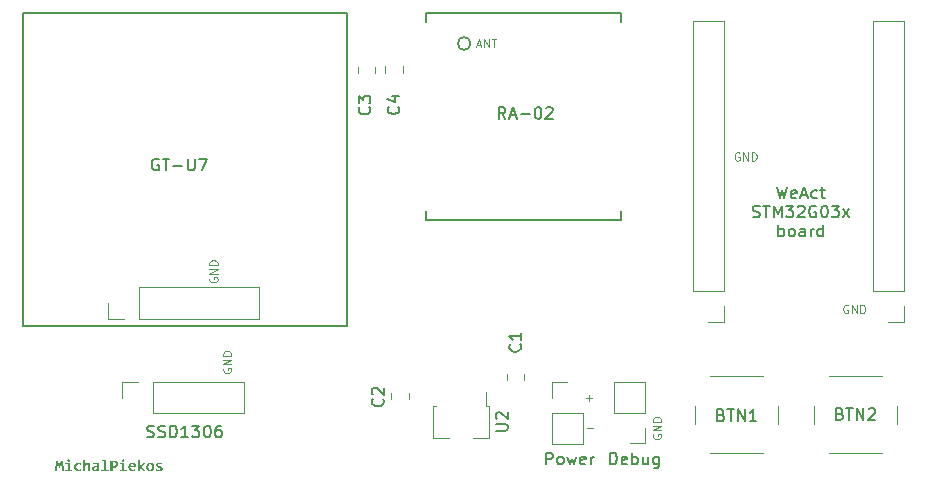
<source format=gbr>
%TF.GenerationSoftware,KiCad,Pcbnew,7.0.7*%
%TF.CreationDate,2023-09-24T09:01:41+02:00*%
%TF.ProjectId,transmitter_v0.1,7472616e-736d-4697-9474-65725f76302e,rev?*%
%TF.SameCoordinates,Original*%
%TF.FileFunction,Legend,Top*%
%TF.FilePolarity,Positive*%
%FSLAX46Y46*%
G04 Gerber Fmt 4.6, Leading zero omitted, Abs format (unit mm)*
G04 Created by KiCad (PCBNEW 7.0.7) date 2023-09-24 09:01:41*
%MOMM*%
%LPD*%
G01*
G04 APERTURE LIST*
%ADD10C,0.087500*%
%ADD11C,0.150000*%
%ADD12C,0.200000*%
%ADD13C,0.120000*%
G04 APERTURE END LIST*
D10*
X143285768Y-144730483D02*
X142752435Y-144730483D01*
X142949916Y-142422168D02*
X142949916Y-141888835D01*
X143216583Y-142155501D02*
X142683250Y-142155501D01*
X148391916Y-145255901D02*
X148358583Y-145322568D01*
X148358583Y-145322568D02*
X148358583Y-145422568D01*
X148358583Y-145422568D02*
X148391916Y-145522568D01*
X148391916Y-145522568D02*
X148458583Y-145589235D01*
X148458583Y-145589235D02*
X148525250Y-145622568D01*
X148525250Y-145622568D02*
X148658583Y-145655901D01*
X148658583Y-145655901D02*
X148758583Y-145655901D01*
X148758583Y-145655901D02*
X148891916Y-145622568D01*
X148891916Y-145622568D02*
X148958583Y-145589235D01*
X148958583Y-145589235D02*
X149025250Y-145522568D01*
X149025250Y-145522568D02*
X149058583Y-145422568D01*
X149058583Y-145422568D02*
X149058583Y-145355901D01*
X149058583Y-145355901D02*
X149025250Y-145255901D01*
X149025250Y-145255901D02*
X148991916Y-145222568D01*
X148991916Y-145222568D02*
X148758583Y-145222568D01*
X148758583Y-145222568D02*
X148758583Y-145355901D01*
X149058583Y-144922568D02*
X148358583Y-144922568D01*
X148358583Y-144922568D02*
X149058583Y-144522568D01*
X149058583Y-144522568D02*
X148358583Y-144522568D01*
X149058583Y-144189235D02*
X148358583Y-144189235D01*
X148358583Y-144189235D02*
X148358583Y-144022568D01*
X148358583Y-144022568D02*
X148391916Y-143922568D01*
X148391916Y-143922568D02*
X148458583Y-143855902D01*
X148458583Y-143855902D02*
X148525250Y-143822568D01*
X148525250Y-143822568D02*
X148658583Y-143789235D01*
X148658583Y-143789235D02*
X148758583Y-143789235D01*
X148758583Y-143789235D02*
X148891916Y-143822568D01*
X148891916Y-143822568D02*
X148958583Y-143855902D01*
X148958583Y-143855902D02*
X149025250Y-143922568D01*
X149025250Y-143922568D02*
X149058583Y-144022568D01*
X149058583Y-144022568D02*
X149058583Y-144189235D01*
D11*
X139325579Y-147799419D02*
X139325579Y-146799419D01*
X139325579Y-146799419D02*
X139706531Y-146799419D01*
X139706531Y-146799419D02*
X139801769Y-146847038D01*
X139801769Y-146847038D02*
X139849388Y-146894657D01*
X139849388Y-146894657D02*
X139897007Y-146989895D01*
X139897007Y-146989895D02*
X139897007Y-147132752D01*
X139897007Y-147132752D02*
X139849388Y-147227990D01*
X139849388Y-147227990D02*
X139801769Y-147275609D01*
X139801769Y-147275609D02*
X139706531Y-147323228D01*
X139706531Y-147323228D02*
X139325579Y-147323228D01*
X140468436Y-147799419D02*
X140373198Y-147751800D01*
X140373198Y-147751800D02*
X140325579Y-147704180D01*
X140325579Y-147704180D02*
X140277960Y-147608942D01*
X140277960Y-147608942D02*
X140277960Y-147323228D01*
X140277960Y-147323228D02*
X140325579Y-147227990D01*
X140325579Y-147227990D02*
X140373198Y-147180371D01*
X140373198Y-147180371D02*
X140468436Y-147132752D01*
X140468436Y-147132752D02*
X140611293Y-147132752D01*
X140611293Y-147132752D02*
X140706531Y-147180371D01*
X140706531Y-147180371D02*
X140754150Y-147227990D01*
X140754150Y-147227990D02*
X140801769Y-147323228D01*
X140801769Y-147323228D02*
X140801769Y-147608942D01*
X140801769Y-147608942D02*
X140754150Y-147704180D01*
X140754150Y-147704180D02*
X140706531Y-147751800D01*
X140706531Y-147751800D02*
X140611293Y-147799419D01*
X140611293Y-147799419D02*
X140468436Y-147799419D01*
X141135103Y-147132752D02*
X141325579Y-147799419D01*
X141325579Y-147799419D02*
X141516055Y-147323228D01*
X141516055Y-147323228D02*
X141706531Y-147799419D01*
X141706531Y-147799419D02*
X141897007Y-147132752D01*
X142658912Y-147751800D02*
X142563674Y-147799419D01*
X142563674Y-147799419D02*
X142373198Y-147799419D01*
X142373198Y-147799419D02*
X142277960Y-147751800D01*
X142277960Y-147751800D02*
X142230341Y-147656561D01*
X142230341Y-147656561D02*
X142230341Y-147275609D01*
X142230341Y-147275609D02*
X142277960Y-147180371D01*
X142277960Y-147180371D02*
X142373198Y-147132752D01*
X142373198Y-147132752D02*
X142563674Y-147132752D01*
X142563674Y-147132752D02*
X142658912Y-147180371D01*
X142658912Y-147180371D02*
X142706531Y-147275609D01*
X142706531Y-147275609D02*
X142706531Y-147370847D01*
X142706531Y-147370847D02*
X142230341Y-147466085D01*
X143135103Y-147799419D02*
X143135103Y-147132752D01*
X143135103Y-147323228D02*
X143182722Y-147227990D01*
X143182722Y-147227990D02*
X143230341Y-147180371D01*
X143230341Y-147180371D02*
X143325579Y-147132752D01*
X143325579Y-147132752D02*
X143420817Y-147132752D01*
X144761179Y-147799419D02*
X144761179Y-146799419D01*
X144761179Y-146799419D02*
X144999274Y-146799419D01*
X144999274Y-146799419D02*
X145142131Y-146847038D01*
X145142131Y-146847038D02*
X145237369Y-146942276D01*
X145237369Y-146942276D02*
X145284988Y-147037514D01*
X145284988Y-147037514D02*
X145332607Y-147227990D01*
X145332607Y-147227990D02*
X145332607Y-147370847D01*
X145332607Y-147370847D02*
X145284988Y-147561323D01*
X145284988Y-147561323D02*
X145237369Y-147656561D01*
X145237369Y-147656561D02*
X145142131Y-147751800D01*
X145142131Y-147751800D02*
X144999274Y-147799419D01*
X144999274Y-147799419D02*
X144761179Y-147799419D01*
X146142131Y-147751800D02*
X146046893Y-147799419D01*
X146046893Y-147799419D02*
X145856417Y-147799419D01*
X145856417Y-147799419D02*
X145761179Y-147751800D01*
X145761179Y-147751800D02*
X145713560Y-147656561D01*
X145713560Y-147656561D02*
X145713560Y-147275609D01*
X145713560Y-147275609D02*
X145761179Y-147180371D01*
X145761179Y-147180371D02*
X145856417Y-147132752D01*
X145856417Y-147132752D02*
X146046893Y-147132752D01*
X146046893Y-147132752D02*
X146142131Y-147180371D01*
X146142131Y-147180371D02*
X146189750Y-147275609D01*
X146189750Y-147275609D02*
X146189750Y-147370847D01*
X146189750Y-147370847D02*
X145713560Y-147466085D01*
X146618322Y-147799419D02*
X146618322Y-146799419D01*
X146618322Y-147180371D02*
X146713560Y-147132752D01*
X146713560Y-147132752D02*
X146904036Y-147132752D01*
X146904036Y-147132752D02*
X146999274Y-147180371D01*
X146999274Y-147180371D02*
X147046893Y-147227990D01*
X147046893Y-147227990D02*
X147094512Y-147323228D01*
X147094512Y-147323228D02*
X147094512Y-147608942D01*
X147094512Y-147608942D02*
X147046893Y-147704180D01*
X147046893Y-147704180D02*
X146999274Y-147751800D01*
X146999274Y-147751800D02*
X146904036Y-147799419D01*
X146904036Y-147799419D02*
X146713560Y-147799419D01*
X146713560Y-147799419D02*
X146618322Y-147751800D01*
X147951655Y-147132752D02*
X147951655Y-147799419D01*
X147523084Y-147132752D02*
X147523084Y-147656561D01*
X147523084Y-147656561D02*
X147570703Y-147751800D01*
X147570703Y-147751800D02*
X147665941Y-147799419D01*
X147665941Y-147799419D02*
X147808798Y-147799419D01*
X147808798Y-147799419D02*
X147904036Y-147751800D01*
X147904036Y-147751800D02*
X147951655Y-147704180D01*
X148856417Y-147132752D02*
X148856417Y-147942276D01*
X148856417Y-147942276D02*
X148808798Y-148037514D01*
X148808798Y-148037514D02*
X148761179Y-148085133D01*
X148761179Y-148085133D02*
X148665941Y-148132752D01*
X148665941Y-148132752D02*
X148523084Y-148132752D01*
X148523084Y-148132752D02*
X148427846Y-148085133D01*
X148856417Y-147751800D02*
X148761179Y-147799419D01*
X148761179Y-147799419D02*
X148570703Y-147799419D01*
X148570703Y-147799419D02*
X148475465Y-147751800D01*
X148475465Y-147751800D02*
X148427846Y-147704180D01*
X148427846Y-147704180D02*
X148380227Y-147608942D01*
X148380227Y-147608942D02*
X148380227Y-147323228D01*
X148380227Y-147323228D02*
X148427846Y-147227990D01*
X148427846Y-147227990D02*
X148475465Y-147180371D01*
X148475465Y-147180371D02*
X148570703Y-147132752D01*
X148570703Y-147132752D02*
X148761179Y-147132752D01*
X148761179Y-147132752D02*
X148856417Y-147180371D01*
X164195312Y-143516409D02*
X164338169Y-143564028D01*
X164338169Y-143564028D02*
X164385788Y-143611647D01*
X164385788Y-143611647D02*
X164433407Y-143706885D01*
X164433407Y-143706885D02*
X164433407Y-143849742D01*
X164433407Y-143849742D02*
X164385788Y-143944980D01*
X164385788Y-143944980D02*
X164338169Y-143992600D01*
X164338169Y-143992600D02*
X164242931Y-144040219D01*
X164242931Y-144040219D02*
X163861979Y-144040219D01*
X163861979Y-144040219D02*
X163861979Y-143040219D01*
X163861979Y-143040219D02*
X164195312Y-143040219D01*
X164195312Y-143040219D02*
X164290550Y-143087838D01*
X164290550Y-143087838D02*
X164338169Y-143135457D01*
X164338169Y-143135457D02*
X164385788Y-143230695D01*
X164385788Y-143230695D02*
X164385788Y-143325933D01*
X164385788Y-143325933D02*
X164338169Y-143421171D01*
X164338169Y-143421171D02*
X164290550Y-143468790D01*
X164290550Y-143468790D02*
X164195312Y-143516409D01*
X164195312Y-143516409D02*
X163861979Y-143516409D01*
X164719122Y-143040219D02*
X165290550Y-143040219D01*
X165004836Y-144040219D02*
X165004836Y-143040219D01*
X165623884Y-144040219D02*
X165623884Y-143040219D01*
X165623884Y-143040219D02*
X166195312Y-144040219D01*
X166195312Y-144040219D02*
X166195312Y-143040219D01*
X166623884Y-143135457D02*
X166671503Y-143087838D01*
X166671503Y-143087838D02*
X166766741Y-143040219D01*
X166766741Y-143040219D02*
X167004836Y-143040219D01*
X167004836Y-143040219D02*
X167100074Y-143087838D01*
X167100074Y-143087838D02*
X167147693Y-143135457D01*
X167147693Y-143135457D02*
X167195312Y-143230695D01*
X167195312Y-143230695D02*
X167195312Y-143325933D01*
X167195312Y-143325933D02*
X167147693Y-143468790D01*
X167147693Y-143468790D02*
X166576265Y-144040219D01*
X166576265Y-144040219D02*
X167195312Y-144040219D01*
X154136912Y-143618009D02*
X154279769Y-143665628D01*
X154279769Y-143665628D02*
X154327388Y-143713247D01*
X154327388Y-143713247D02*
X154375007Y-143808485D01*
X154375007Y-143808485D02*
X154375007Y-143951342D01*
X154375007Y-143951342D02*
X154327388Y-144046580D01*
X154327388Y-144046580D02*
X154279769Y-144094200D01*
X154279769Y-144094200D02*
X154184531Y-144141819D01*
X154184531Y-144141819D02*
X153803579Y-144141819D01*
X153803579Y-144141819D02*
X153803579Y-143141819D01*
X153803579Y-143141819D02*
X154136912Y-143141819D01*
X154136912Y-143141819D02*
X154232150Y-143189438D01*
X154232150Y-143189438D02*
X154279769Y-143237057D01*
X154279769Y-143237057D02*
X154327388Y-143332295D01*
X154327388Y-143332295D02*
X154327388Y-143427533D01*
X154327388Y-143427533D02*
X154279769Y-143522771D01*
X154279769Y-143522771D02*
X154232150Y-143570390D01*
X154232150Y-143570390D02*
X154136912Y-143618009D01*
X154136912Y-143618009D02*
X153803579Y-143618009D01*
X154660722Y-143141819D02*
X155232150Y-143141819D01*
X154946436Y-144141819D02*
X154946436Y-143141819D01*
X155565484Y-144141819D02*
X155565484Y-143141819D01*
X155565484Y-143141819D02*
X156136912Y-144141819D01*
X156136912Y-144141819D02*
X156136912Y-143141819D01*
X157136912Y-144141819D02*
X156565484Y-144141819D01*
X156851198Y-144141819D02*
X156851198Y-143141819D01*
X156851198Y-143141819D02*
X156755960Y-143284676D01*
X156755960Y-143284676D02*
X156660722Y-143379914D01*
X156660722Y-143379914D02*
X156565484Y-143427533D01*
X158883600Y-124275419D02*
X159121695Y-125275419D01*
X159121695Y-125275419D02*
X159312171Y-124561133D01*
X159312171Y-124561133D02*
X159502647Y-125275419D01*
X159502647Y-125275419D02*
X159740743Y-124275419D01*
X160502647Y-125227800D02*
X160407409Y-125275419D01*
X160407409Y-125275419D02*
X160216933Y-125275419D01*
X160216933Y-125275419D02*
X160121695Y-125227800D01*
X160121695Y-125227800D02*
X160074076Y-125132561D01*
X160074076Y-125132561D02*
X160074076Y-124751609D01*
X160074076Y-124751609D02*
X160121695Y-124656371D01*
X160121695Y-124656371D02*
X160216933Y-124608752D01*
X160216933Y-124608752D02*
X160407409Y-124608752D01*
X160407409Y-124608752D02*
X160502647Y-124656371D01*
X160502647Y-124656371D02*
X160550266Y-124751609D01*
X160550266Y-124751609D02*
X160550266Y-124846847D01*
X160550266Y-124846847D02*
X160074076Y-124942085D01*
X160931219Y-124989704D02*
X161407409Y-124989704D01*
X160835981Y-125275419D02*
X161169314Y-124275419D01*
X161169314Y-124275419D02*
X161502647Y-125275419D01*
X162264552Y-125227800D02*
X162169314Y-125275419D01*
X162169314Y-125275419D02*
X161978838Y-125275419D01*
X161978838Y-125275419D02*
X161883600Y-125227800D01*
X161883600Y-125227800D02*
X161835981Y-125180180D01*
X161835981Y-125180180D02*
X161788362Y-125084942D01*
X161788362Y-125084942D02*
X161788362Y-124799228D01*
X161788362Y-124799228D02*
X161835981Y-124703990D01*
X161835981Y-124703990D02*
X161883600Y-124656371D01*
X161883600Y-124656371D02*
X161978838Y-124608752D01*
X161978838Y-124608752D02*
X162169314Y-124608752D01*
X162169314Y-124608752D02*
X162264552Y-124656371D01*
X162550267Y-124608752D02*
X162931219Y-124608752D01*
X162693124Y-124275419D02*
X162693124Y-125132561D01*
X162693124Y-125132561D02*
X162740743Y-125227800D01*
X162740743Y-125227800D02*
X162835981Y-125275419D01*
X162835981Y-125275419D02*
X162931219Y-125275419D01*
X156835981Y-126837800D02*
X156978838Y-126885419D01*
X156978838Y-126885419D02*
X157216933Y-126885419D01*
X157216933Y-126885419D02*
X157312171Y-126837800D01*
X157312171Y-126837800D02*
X157359790Y-126790180D01*
X157359790Y-126790180D02*
X157407409Y-126694942D01*
X157407409Y-126694942D02*
X157407409Y-126599704D01*
X157407409Y-126599704D02*
X157359790Y-126504466D01*
X157359790Y-126504466D02*
X157312171Y-126456847D01*
X157312171Y-126456847D02*
X157216933Y-126409228D01*
X157216933Y-126409228D02*
X157026457Y-126361609D01*
X157026457Y-126361609D02*
X156931219Y-126313990D01*
X156931219Y-126313990D02*
X156883600Y-126266371D01*
X156883600Y-126266371D02*
X156835981Y-126171133D01*
X156835981Y-126171133D02*
X156835981Y-126075895D01*
X156835981Y-126075895D02*
X156883600Y-125980657D01*
X156883600Y-125980657D02*
X156931219Y-125933038D01*
X156931219Y-125933038D02*
X157026457Y-125885419D01*
X157026457Y-125885419D02*
X157264552Y-125885419D01*
X157264552Y-125885419D02*
X157407409Y-125933038D01*
X157693124Y-125885419D02*
X158264552Y-125885419D01*
X157978838Y-126885419D02*
X157978838Y-125885419D01*
X158597886Y-126885419D02*
X158597886Y-125885419D01*
X158597886Y-125885419D02*
X158931219Y-126599704D01*
X158931219Y-126599704D02*
X159264552Y-125885419D01*
X159264552Y-125885419D02*
X159264552Y-126885419D01*
X159645505Y-125885419D02*
X160264552Y-125885419D01*
X160264552Y-125885419D02*
X159931219Y-126266371D01*
X159931219Y-126266371D02*
X160074076Y-126266371D01*
X160074076Y-126266371D02*
X160169314Y-126313990D01*
X160169314Y-126313990D02*
X160216933Y-126361609D01*
X160216933Y-126361609D02*
X160264552Y-126456847D01*
X160264552Y-126456847D02*
X160264552Y-126694942D01*
X160264552Y-126694942D02*
X160216933Y-126790180D01*
X160216933Y-126790180D02*
X160169314Y-126837800D01*
X160169314Y-126837800D02*
X160074076Y-126885419D01*
X160074076Y-126885419D02*
X159788362Y-126885419D01*
X159788362Y-126885419D02*
X159693124Y-126837800D01*
X159693124Y-126837800D02*
X159645505Y-126790180D01*
X160645505Y-125980657D02*
X160693124Y-125933038D01*
X160693124Y-125933038D02*
X160788362Y-125885419D01*
X160788362Y-125885419D02*
X161026457Y-125885419D01*
X161026457Y-125885419D02*
X161121695Y-125933038D01*
X161121695Y-125933038D02*
X161169314Y-125980657D01*
X161169314Y-125980657D02*
X161216933Y-126075895D01*
X161216933Y-126075895D02*
X161216933Y-126171133D01*
X161216933Y-126171133D02*
X161169314Y-126313990D01*
X161169314Y-126313990D02*
X160597886Y-126885419D01*
X160597886Y-126885419D02*
X161216933Y-126885419D01*
X162169314Y-125933038D02*
X162074076Y-125885419D01*
X162074076Y-125885419D02*
X161931219Y-125885419D01*
X161931219Y-125885419D02*
X161788362Y-125933038D01*
X161788362Y-125933038D02*
X161693124Y-126028276D01*
X161693124Y-126028276D02*
X161645505Y-126123514D01*
X161645505Y-126123514D02*
X161597886Y-126313990D01*
X161597886Y-126313990D02*
X161597886Y-126456847D01*
X161597886Y-126456847D02*
X161645505Y-126647323D01*
X161645505Y-126647323D02*
X161693124Y-126742561D01*
X161693124Y-126742561D02*
X161788362Y-126837800D01*
X161788362Y-126837800D02*
X161931219Y-126885419D01*
X161931219Y-126885419D02*
X162026457Y-126885419D01*
X162026457Y-126885419D02*
X162169314Y-126837800D01*
X162169314Y-126837800D02*
X162216933Y-126790180D01*
X162216933Y-126790180D02*
X162216933Y-126456847D01*
X162216933Y-126456847D02*
X162026457Y-126456847D01*
X162835981Y-125885419D02*
X162931219Y-125885419D01*
X162931219Y-125885419D02*
X163026457Y-125933038D01*
X163026457Y-125933038D02*
X163074076Y-125980657D01*
X163074076Y-125980657D02*
X163121695Y-126075895D01*
X163121695Y-126075895D02*
X163169314Y-126266371D01*
X163169314Y-126266371D02*
X163169314Y-126504466D01*
X163169314Y-126504466D02*
X163121695Y-126694942D01*
X163121695Y-126694942D02*
X163074076Y-126790180D01*
X163074076Y-126790180D02*
X163026457Y-126837800D01*
X163026457Y-126837800D02*
X162931219Y-126885419D01*
X162931219Y-126885419D02*
X162835981Y-126885419D01*
X162835981Y-126885419D02*
X162740743Y-126837800D01*
X162740743Y-126837800D02*
X162693124Y-126790180D01*
X162693124Y-126790180D02*
X162645505Y-126694942D01*
X162645505Y-126694942D02*
X162597886Y-126504466D01*
X162597886Y-126504466D02*
X162597886Y-126266371D01*
X162597886Y-126266371D02*
X162645505Y-126075895D01*
X162645505Y-126075895D02*
X162693124Y-125980657D01*
X162693124Y-125980657D02*
X162740743Y-125933038D01*
X162740743Y-125933038D02*
X162835981Y-125885419D01*
X163502648Y-125885419D02*
X164121695Y-125885419D01*
X164121695Y-125885419D02*
X163788362Y-126266371D01*
X163788362Y-126266371D02*
X163931219Y-126266371D01*
X163931219Y-126266371D02*
X164026457Y-126313990D01*
X164026457Y-126313990D02*
X164074076Y-126361609D01*
X164074076Y-126361609D02*
X164121695Y-126456847D01*
X164121695Y-126456847D02*
X164121695Y-126694942D01*
X164121695Y-126694942D02*
X164074076Y-126790180D01*
X164074076Y-126790180D02*
X164026457Y-126837800D01*
X164026457Y-126837800D02*
X163931219Y-126885419D01*
X163931219Y-126885419D02*
X163645505Y-126885419D01*
X163645505Y-126885419D02*
X163550267Y-126837800D01*
X163550267Y-126837800D02*
X163502648Y-126790180D01*
X164455029Y-126885419D02*
X164978838Y-126218752D01*
X164455029Y-126218752D02*
X164978838Y-126885419D01*
X159002647Y-128495419D02*
X159002647Y-127495419D01*
X159002647Y-127876371D02*
X159097885Y-127828752D01*
X159097885Y-127828752D02*
X159288361Y-127828752D01*
X159288361Y-127828752D02*
X159383599Y-127876371D01*
X159383599Y-127876371D02*
X159431218Y-127923990D01*
X159431218Y-127923990D02*
X159478837Y-128019228D01*
X159478837Y-128019228D02*
X159478837Y-128304942D01*
X159478837Y-128304942D02*
X159431218Y-128400180D01*
X159431218Y-128400180D02*
X159383599Y-128447800D01*
X159383599Y-128447800D02*
X159288361Y-128495419D01*
X159288361Y-128495419D02*
X159097885Y-128495419D01*
X159097885Y-128495419D02*
X159002647Y-128447800D01*
X160050266Y-128495419D02*
X159955028Y-128447800D01*
X159955028Y-128447800D02*
X159907409Y-128400180D01*
X159907409Y-128400180D02*
X159859790Y-128304942D01*
X159859790Y-128304942D02*
X159859790Y-128019228D01*
X159859790Y-128019228D02*
X159907409Y-127923990D01*
X159907409Y-127923990D02*
X159955028Y-127876371D01*
X159955028Y-127876371D02*
X160050266Y-127828752D01*
X160050266Y-127828752D02*
X160193123Y-127828752D01*
X160193123Y-127828752D02*
X160288361Y-127876371D01*
X160288361Y-127876371D02*
X160335980Y-127923990D01*
X160335980Y-127923990D02*
X160383599Y-128019228D01*
X160383599Y-128019228D02*
X160383599Y-128304942D01*
X160383599Y-128304942D02*
X160335980Y-128400180D01*
X160335980Y-128400180D02*
X160288361Y-128447800D01*
X160288361Y-128447800D02*
X160193123Y-128495419D01*
X160193123Y-128495419D02*
X160050266Y-128495419D01*
X161240742Y-128495419D02*
X161240742Y-127971609D01*
X161240742Y-127971609D02*
X161193123Y-127876371D01*
X161193123Y-127876371D02*
X161097885Y-127828752D01*
X161097885Y-127828752D02*
X160907409Y-127828752D01*
X160907409Y-127828752D02*
X160812171Y-127876371D01*
X161240742Y-128447800D02*
X161145504Y-128495419D01*
X161145504Y-128495419D02*
X160907409Y-128495419D01*
X160907409Y-128495419D02*
X160812171Y-128447800D01*
X160812171Y-128447800D02*
X160764552Y-128352561D01*
X160764552Y-128352561D02*
X160764552Y-128257323D01*
X160764552Y-128257323D02*
X160812171Y-128162085D01*
X160812171Y-128162085D02*
X160907409Y-128114466D01*
X160907409Y-128114466D02*
X161145504Y-128114466D01*
X161145504Y-128114466D02*
X161240742Y-128066847D01*
X161716933Y-128495419D02*
X161716933Y-127828752D01*
X161716933Y-128019228D02*
X161764552Y-127923990D01*
X161764552Y-127923990D02*
X161812171Y-127876371D01*
X161812171Y-127876371D02*
X161907409Y-127828752D01*
X161907409Y-127828752D02*
X162002647Y-127828752D01*
X162764552Y-128495419D02*
X162764552Y-127495419D01*
X162764552Y-128447800D02*
X162669314Y-128495419D01*
X162669314Y-128495419D02*
X162478838Y-128495419D01*
X162478838Y-128495419D02*
X162383600Y-128447800D01*
X162383600Y-128447800D02*
X162335981Y-128400180D01*
X162335981Y-128400180D02*
X162288362Y-128304942D01*
X162288362Y-128304942D02*
X162288362Y-128019228D01*
X162288362Y-128019228D02*
X162335981Y-127923990D01*
X162335981Y-127923990D02*
X162383600Y-127876371D01*
X162383600Y-127876371D02*
X162478838Y-127828752D01*
X162478838Y-127828752D02*
X162669314Y-127828752D01*
X162669314Y-127828752D02*
X162764552Y-127876371D01*
D10*
X164878098Y-134320316D02*
X164811431Y-134286983D01*
X164811431Y-134286983D02*
X164711431Y-134286983D01*
X164711431Y-134286983D02*
X164611431Y-134320316D01*
X164611431Y-134320316D02*
X164544765Y-134386983D01*
X164544765Y-134386983D02*
X164511431Y-134453650D01*
X164511431Y-134453650D02*
X164478098Y-134586983D01*
X164478098Y-134586983D02*
X164478098Y-134686983D01*
X164478098Y-134686983D02*
X164511431Y-134820316D01*
X164511431Y-134820316D02*
X164544765Y-134886983D01*
X164544765Y-134886983D02*
X164611431Y-134953650D01*
X164611431Y-134953650D02*
X164711431Y-134986983D01*
X164711431Y-134986983D02*
X164778098Y-134986983D01*
X164778098Y-134986983D02*
X164878098Y-134953650D01*
X164878098Y-134953650D02*
X164911431Y-134920316D01*
X164911431Y-134920316D02*
X164911431Y-134686983D01*
X164911431Y-134686983D02*
X164778098Y-134686983D01*
X165211431Y-134986983D02*
X165211431Y-134286983D01*
X165211431Y-134286983D02*
X165611431Y-134986983D01*
X165611431Y-134986983D02*
X165611431Y-134286983D01*
X165944764Y-134986983D02*
X165944764Y-134286983D01*
X165944764Y-134286983D02*
X166111431Y-134286983D01*
X166111431Y-134286983D02*
X166211431Y-134320316D01*
X166211431Y-134320316D02*
X166278098Y-134386983D01*
X166278098Y-134386983D02*
X166311431Y-134453650D01*
X166311431Y-134453650D02*
X166344764Y-134586983D01*
X166344764Y-134586983D02*
X166344764Y-134686983D01*
X166344764Y-134686983D02*
X166311431Y-134820316D01*
X166311431Y-134820316D02*
X166278098Y-134886983D01*
X166278098Y-134886983D02*
X166211431Y-134953650D01*
X166211431Y-134953650D02*
X166111431Y-134986983D01*
X166111431Y-134986983D02*
X165944764Y-134986983D01*
X155683298Y-121417116D02*
X155616631Y-121383783D01*
X155616631Y-121383783D02*
X155516631Y-121383783D01*
X155516631Y-121383783D02*
X155416631Y-121417116D01*
X155416631Y-121417116D02*
X155349965Y-121483783D01*
X155349965Y-121483783D02*
X155316631Y-121550450D01*
X155316631Y-121550450D02*
X155283298Y-121683783D01*
X155283298Y-121683783D02*
X155283298Y-121783783D01*
X155283298Y-121783783D02*
X155316631Y-121917116D01*
X155316631Y-121917116D02*
X155349965Y-121983783D01*
X155349965Y-121983783D02*
X155416631Y-122050450D01*
X155416631Y-122050450D02*
X155516631Y-122083783D01*
X155516631Y-122083783D02*
X155583298Y-122083783D01*
X155583298Y-122083783D02*
X155683298Y-122050450D01*
X155683298Y-122050450D02*
X155716631Y-122017116D01*
X155716631Y-122017116D02*
X155716631Y-121783783D01*
X155716631Y-121783783D02*
X155583298Y-121783783D01*
X156016631Y-122083783D02*
X156016631Y-121383783D01*
X156016631Y-121383783D02*
X156416631Y-122083783D01*
X156416631Y-122083783D02*
X156416631Y-121383783D01*
X156749964Y-122083783D02*
X156749964Y-121383783D01*
X156749964Y-121383783D02*
X156916631Y-121383783D01*
X156916631Y-121383783D02*
X157016631Y-121417116D01*
X157016631Y-121417116D02*
X157083298Y-121483783D01*
X157083298Y-121483783D02*
X157116631Y-121550450D01*
X157116631Y-121550450D02*
X157149964Y-121683783D01*
X157149964Y-121683783D02*
X157149964Y-121783783D01*
X157149964Y-121783783D02*
X157116631Y-121917116D01*
X157116631Y-121917116D02*
X157083298Y-121983783D01*
X157083298Y-121983783D02*
X157016631Y-122050450D01*
X157016631Y-122050450D02*
X156916631Y-122083783D01*
X156916631Y-122083783D02*
X156749964Y-122083783D01*
X110850716Y-131997101D02*
X110817383Y-132063768D01*
X110817383Y-132063768D02*
X110817383Y-132163768D01*
X110817383Y-132163768D02*
X110850716Y-132263768D01*
X110850716Y-132263768D02*
X110917383Y-132330435D01*
X110917383Y-132330435D02*
X110984050Y-132363768D01*
X110984050Y-132363768D02*
X111117383Y-132397101D01*
X111117383Y-132397101D02*
X111217383Y-132397101D01*
X111217383Y-132397101D02*
X111350716Y-132363768D01*
X111350716Y-132363768D02*
X111417383Y-132330435D01*
X111417383Y-132330435D02*
X111484050Y-132263768D01*
X111484050Y-132263768D02*
X111517383Y-132163768D01*
X111517383Y-132163768D02*
X111517383Y-132097101D01*
X111517383Y-132097101D02*
X111484050Y-131997101D01*
X111484050Y-131997101D02*
X111450716Y-131963768D01*
X111450716Y-131963768D02*
X111217383Y-131963768D01*
X111217383Y-131963768D02*
X111217383Y-132097101D01*
X111517383Y-131663768D02*
X110817383Y-131663768D01*
X110817383Y-131663768D02*
X111517383Y-131263768D01*
X111517383Y-131263768D02*
X110817383Y-131263768D01*
X111517383Y-130930435D02*
X110817383Y-130930435D01*
X110817383Y-130930435D02*
X110817383Y-130763768D01*
X110817383Y-130763768D02*
X110850716Y-130663768D01*
X110850716Y-130663768D02*
X110917383Y-130597102D01*
X110917383Y-130597102D02*
X110984050Y-130563768D01*
X110984050Y-130563768D02*
X111117383Y-130530435D01*
X111117383Y-130530435D02*
X111217383Y-130530435D01*
X111217383Y-130530435D02*
X111350716Y-130563768D01*
X111350716Y-130563768D02*
X111417383Y-130597102D01*
X111417383Y-130597102D02*
X111484050Y-130663768D01*
X111484050Y-130663768D02*
X111517383Y-130763768D01*
X111517383Y-130763768D02*
X111517383Y-130930435D01*
X112019116Y-139667901D02*
X111985783Y-139734568D01*
X111985783Y-139734568D02*
X111985783Y-139834568D01*
X111985783Y-139834568D02*
X112019116Y-139934568D01*
X112019116Y-139934568D02*
X112085783Y-140001235D01*
X112085783Y-140001235D02*
X112152450Y-140034568D01*
X112152450Y-140034568D02*
X112285783Y-140067901D01*
X112285783Y-140067901D02*
X112385783Y-140067901D01*
X112385783Y-140067901D02*
X112519116Y-140034568D01*
X112519116Y-140034568D02*
X112585783Y-140001235D01*
X112585783Y-140001235D02*
X112652450Y-139934568D01*
X112652450Y-139934568D02*
X112685783Y-139834568D01*
X112685783Y-139834568D02*
X112685783Y-139767901D01*
X112685783Y-139767901D02*
X112652450Y-139667901D01*
X112652450Y-139667901D02*
X112619116Y-139634568D01*
X112619116Y-139634568D02*
X112385783Y-139634568D01*
X112385783Y-139634568D02*
X112385783Y-139767901D01*
X112685783Y-139334568D02*
X111985783Y-139334568D01*
X111985783Y-139334568D02*
X112685783Y-138934568D01*
X112685783Y-138934568D02*
X111985783Y-138934568D01*
X112685783Y-138601235D02*
X111985783Y-138601235D01*
X111985783Y-138601235D02*
X111985783Y-138434568D01*
X111985783Y-138434568D02*
X112019116Y-138334568D01*
X112019116Y-138334568D02*
X112085783Y-138267902D01*
X112085783Y-138267902D02*
X112152450Y-138234568D01*
X112152450Y-138234568D02*
X112285783Y-138201235D01*
X112285783Y-138201235D02*
X112385783Y-138201235D01*
X112385783Y-138201235D02*
X112519116Y-138234568D01*
X112519116Y-138234568D02*
X112585783Y-138267902D01*
X112585783Y-138267902D02*
X112652450Y-138334568D01*
X112652450Y-138334568D02*
X112685783Y-138434568D01*
X112685783Y-138434568D02*
X112685783Y-138601235D01*
D11*
X105546760Y-145465800D02*
X105689617Y-145513419D01*
X105689617Y-145513419D02*
X105927712Y-145513419D01*
X105927712Y-145513419D02*
X106022950Y-145465800D01*
X106022950Y-145465800D02*
X106070569Y-145418180D01*
X106070569Y-145418180D02*
X106118188Y-145322942D01*
X106118188Y-145322942D02*
X106118188Y-145227704D01*
X106118188Y-145227704D02*
X106070569Y-145132466D01*
X106070569Y-145132466D02*
X106022950Y-145084847D01*
X106022950Y-145084847D02*
X105927712Y-145037228D01*
X105927712Y-145037228D02*
X105737236Y-144989609D01*
X105737236Y-144989609D02*
X105641998Y-144941990D01*
X105641998Y-144941990D02*
X105594379Y-144894371D01*
X105594379Y-144894371D02*
X105546760Y-144799133D01*
X105546760Y-144799133D02*
X105546760Y-144703895D01*
X105546760Y-144703895D02*
X105594379Y-144608657D01*
X105594379Y-144608657D02*
X105641998Y-144561038D01*
X105641998Y-144561038D02*
X105737236Y-144513419D01*
X105737236Y-144513419D02*
X105975331Y-144513419D01*
X105975331Y-144513419D02*
X106118188Y-144561038D01*
X106499141Y-145465800D02*
X106641998Y-145513419D01*
X106641998Y-145513419D02*
X106880093Y-145513419D01*
X106880093Y-145513419D02*
X106975331Y-145465800D01*
X106975331Y-145465800D02*
X107022950Y-145418180D01*
X107022950Y-145418180D02*
X107070569Y-145322942D01*
X107070569Y-145322942D02*
X107070569Y-145227704D01*
X107070569Y-145227704D02*
X107022950Y-145132466D01*
X107022950Y-145132466D02*
X106975331Y-145084847D01*
X106975331Y-145084847D02*
X106880093Y-145037228D01*
X106880093Y-145037228D02*
X106689617Y-144989609D01*
X106689617Y-144989609D02*
X106594379Y-144941990D01*
X106594379Y-144941990D02*
X106546760Y-144894371D01*
X106546760Y-144894371D02*
X106499141Y-144799133D01*
X106499141Y-144799133D02*
X106499141Y-144703895D01*
X106499141Y-144703895D02*
X106546760Y-144608657D01*
X106546760Y-144608657D02*
X106594379Y-144561038D01*
X106594379Y-144561038D02*
X106689617Y-144513419D01*
X106689617Y-144513419D02*
X106927712Y-144513419D01*
X106927712Y-144513419D02*
X107070569Y-144561038D01*
X107499141Y-145513419D02*
X107499141Y-144513419D01*
X107499141Y-144513419D02*
X107737236Y-144513419D01*
X107737236Y-144513419D02*
X107880093Y-144561038D01*
X107880093Y-144561038D02*
X107975331Y-144656276D01*
X107975331Y-144656276D02*
X108022950Y-144751514D01*
X108022950Y-144751514D02*
X108070569Y-144941990D01*
X108070569Y-144941990D02*
X108070569Y-145084847D01*
X108070569Y-145084847D02*
X108022950Y-145275323D01*
X108022950Y-145275323D02*
X107975331Y-145370561D01*
X107975331Y-145370561D02*
X107880093Y-145465800D01*
X107880093Y-145465800D02*
X107737236Y-145513419D01*
X107737236Y-145513419D02*
X107499141Y-145513419D01*
X109022950Y-145513419D02*
X108451522Y-145513419D01*
X108737236Y-145513419D02*
X108737236Y-144513419D01*
X108737236Y-144513419D02*
X108641998Y-144656276D01*
X108641998Y-144656276D02*
X108546760Y-144751514D01*
X108546760Y-144751514D02*
X108451522Y-144799133D01*
X109356284Y-144513419D02*
X109975331Y-144513419D01*
X109975331Y-144513419D02*
X109641998Y-144894371D01*
X109641998Y-144894371D02*
X109784855Y-144894371D01*
X109784855Y-144894371D02*
X109880093Y-144941990D01*
X109880093Y-144941990D02*
X109927712Y-144989609D01*
X109927712Y-144989609D02*
X109975331Y-145084847D01*
X109975331Y-145084847D02*
X109975331Y-145322942D01*
X109975331Y-145322942D02*
X109927712Y-145418180D01*
X109927712Y-145418180D02*
X109880093Y-145465800D01*
X109880093Y-145465800D02*
X109784855Y-145513419D01*
X109784855Y-145513419D02*
X109499141Y-145513419D01*
X109499141Y-145513419D02*
X109403903Y-145465800D01*
X109403903Y-145465800D02*
X109356284Y-145418180D01*
X110594379Y-144513419D02*
X110689617Y-144513419D01*
X110689617Y-144513419D02*
X110784855Y-144561038D01*
X110784855Y-144561038D02*
X110832474Y-144608657D01*
X110832474Y-144608657D02*
X110880093Y-144703895D01*
X110880093Y-144703895D02*
X110927712Y-144894371D01*
X110927712Y-144894371D02*
X110927712Y-145132466D01*
X110927712Y-145132466D02*
X110880093Y-145322942D01*
X110880093Y-145322942D02*
X110832474Y-145418180D01*
X110832474Y-145418180D02*
X110784855Y-145465800D01*
X110784855Y-145465800D02*
X110689617Y-145513419D01*
X110689617Y-145513419D02*
X110594379Y-145513419D01*
X110594379Y-145513419D02*
X110499141Y-145465800D01*
X110499141Y-145465800D02*
X110451522Y-145418180D01*
X110451522Y-145418180D02*
X110403903Y-145322942D01*
X110403903Y-145322942D02*
X110356284Y-145132466D01*
X110356284Y-145132466D02*
X110356284Y-144894371D01*
X110356284Y-144894371D02*
X110403903Y-144703895D01*
X110403903Y-144703895D02*
X110451522Y-144608657D01*
X110451522Y-144608657D02*
X110499141Y-144561038D01*
X110499141Y-144561038D02*
X110594379Y-144513419D01*
X111784855Y-144513419D02*
X111594379Y-144513419D01*
X111594379Y-144513419D02*
X111499141Y-144561038D01*
X111499141Y-144561038D02*
X111451522Y-144608657D01*
X111451522Y-144608657D02*
X111356284Y-144751514D01*
X111356284Y-144751514D02*
X111308665Y-144941990D01*
X111308665Y-144941990D02*
X111308665Y-145322942D01*
X111308665Y-145322942D02*
X111356284Y-145418180D01*
X111356284Y-145418180D02*
X111403903Y-145465800D01*
X111403903Y-145465800D02*
X111499141Y-145513419D01*
X111499141Y-145513419D02*
X111689617Y-145513419D01*
X111689617Y-145513419D02*
X111784855Y-145465800D01*
X111784855Y-145465800D02*
X111832474Y-145418180D01*
X111832474Y-145418180D02*
X111880093Y-145322942D01*
X111880093Y-145322942D02*
X111880093Y-145084847D01*
X111880093Y-145084847D02*
X111832474Y-144989609D01*
X111832474Y-144989609D02*
X111784855Y-144941990D01*
X111784855Y-144941990D02*
X111689617Y-144894371D01*
X111689617Y-144894371D02*
X111499141Y-144894371D01*
X111499141Y-144894371D02*
X111403903Y-144941990D01*
X111403903Y-144941990D02*
X111356284Y-144989609D01*
X111356284Y-144989609D02*
X111308665Y-145084847D01*
X106524588Y-121955038D02*
X106429350Y-121907419D01*
X106429350Y-121907419D02*
X106286493Y-121907419D01*
X106286493Y-121907419D02*
X106143636Y-121955038D01*
X106143636Y-121955038D02*
X106048398Y-122050276D01*
X106048398Y-122050276D02*
X106000779Y-122145514D01*
X106000779Y-122145514D02*
X105953160Y-122335990D01*
X105953160Y-122335990D02*
X105953160Y-122478847D01*
X105953160Y-122478847D02*
X106000779Y-122669323D01*
X106000779Y-122669323D02*
X106048398Y-122764561D01*
X106048398Y-122764561D02*
X106143636Y-122859800D01*
X106143636Y-122859800D02*
X106286493Y-122907419D01*
X106286493Y-122907419D02*
X106381731Y-122907419D01*
X106381731Y-122907419D02*
X106524588Y-122859800D01*
X106524588Y-122859800D02*
X106572207Y-122812180D01*
X106572207Y-122812180D02*
X106572207Y-122478847D01*
X106572207Y-122478847D02*
X106381731Y-122478847D01*
X106857922Y-121907419D02*
X107429350Y-121907419D01*
X107143636Y-122907419D02*
X107143636Y-121907419D01*
X107762684Y-122526466D02*
X108524589Y-122526466D01*
X109000779Y-121907419D02*
X109000779Y-122716942D01*
X109000779Y-122716942D02*
X109048398Y-122812180D01*
X109048398Y-122812180D02*
X109096017Y-122859800D01*
X109096017Y-122859800D02*
X109191255Y-122907419D01*
X109191255Y-122907419D02*
X109381731Y-122907419D01*
X109381731Y-122907419D02*
X109476969Y-122859800D01*
X109476969Y-122859800D02*
X109524588Y-122812180D01*
X109524588Y-122812180D02*
X109572207Y-122716942D01*
X109572207Y-122716942D02*
X109572207Y-121907419D01*
X109953160Y-121907419D02*
X110619826Y-121907419D01*
X110619826Y-121907419D02*
X110191255Y-122907419D01*
D12*
G36*
X98332710Y-148369200D02*
G01*
X98316101Y-147865327D01*
X98309995Y-147664070D01*
X98266764Y-147792542D01*
X98167113Y-148103463D01*
X98061356Y-148103463D01*
X97971474Y-147792542D01*
X97933617Y-147664070D01*
X97928732Y-147861174D01*
X97913589Y-148369200D01*
X97770218Y-148369200D01*
X97814182Y-147478202D01*
X98004936Y-147478202D01*
X98084070Y-147738320D01*
X98121928Y-147884866D01*
X98159786Y-147746624D01*
X98242828Y-147478202D01*
X98437246Y-147478202D01*
X98481698Y-148369200D01*
X98332710Y-148369200D01*
G37*
G36*
X99014391Y-147478446D02*
G01*
X99013994Y-147488255D01*
X99012567Y-147499150D01*
X99010101Y-147509710D01*
X99006598Y-147519934D01*
X99006087Y-147521188D01*
X99001630Y-147530775D01*
X98996317Y-147539751D01*
X98990150Y-147548116D01*
X98983128Y-147555871D01*
X98975465Y-147562816D01*
X98967130Y-147568999D01*
X98958124Y-147574418D01*
X98948446Y-147579074D01*
X98938325Y-147582814D01*
X98927746Y-147585485D01*
X98916710Y-147587088D01*
X98906677Y-147587614D01*
X98905215Y-147587622D01*
X98895109Y-147587213D01*
X98885306Y-147585986D01*
X98874476Y-147583582D01*
X98864042Y-147580109D01*
X98861495Y-147579074D01*
X98851695Y-147574418D01*
X98842567Y-147568999D01*
X98834110Y-147562816D01*
X98826324Y-147555871D01*
X98819394Y-147548116D01*
X98813257Y-147539751D01*
X98807915Y-147530775D01*
X98803366Y-147521188D01*
X98799839Y-147511006D01*
X98797321Y-147500489D01*
X98795809Y-147489635D01*
X98795313Y-147479863D01*
X98795306Y-147478446D01*
X98795809Y-147467379D01*
X98797321Y-147456647D01*
X98799839Y-147446252D01*
X98803366Y-147436192D01*
X98807915Y-147426483D01*
X98813257Y-147417385D01*
X98819394Y-147408898D01*
X98826324Y-147401021D01*
X98834110Y-147393861D01*
X98842567Y-147387526D01*
X98851695Y-147382016D01*
X98861495Y-147377329D01*
X98871830Y-147373589D01*
X98882561Y-147370918D01*
X98892277Y-147369457D01*
X98902296Y-147368814D01*
X98905215Y-147368781D01*
X98915298Y-147369190D01*
X98925030Y-147370417D01*
X98935723Y-147372821D01*
X98945959Y-147376294D01*
X98948446Y-147377329D01*
X98958124Y-147382016D01*
X98967130Y-147387526D01*
X98975465Y-147393861D01*
X98983128Y-147401021D01*
X98990150Y-147408898D01*
X98996317Y-147417385D01*
X99001630Y-147426483D01*
X99006087Y-147436192D01*
X99009720Y-147446252D01*
X99012315Y-147456647D01*
X99013872Y-147467379D01*
X99014391Y-147478446D01*
G37*
G36*
X98828767Y-147790832D02*
G01*
X98631663Y-147790832D01*
X98631663Y-147665780D01*
X99000714Y-147665780D01*
X99000714Y-148244147D01*
X99201970Y-148244147D01*
X99201970Y-148369200D01*
X98607727Y-148369200D01*
X98607727Y-148244147D01*
X98828767Y-148244147D01*
X98828767Y-147790832D01*
G37*
G36*
X99937141Y-148353568D02*
G01*
X99924692Y-148357407D01*
X99915285Y-148360116D01*
X99905819Y-148362679D01*
X99896292Y-148365097D01*
X99886705Y-148367368D01*
X99877058Y-148369493D01*
X99867350Y-148371472D01*
X99857583Y-148373305D01*
X99847756Y-148374993D01*
X99837868Y-148376534D01*
X99834559Y-148377015D01*
X99824624Y-148378412D01*
X99814603Y-148379671D01*
X99804497Y-148380793D01*
X99794305Y-148381778D01*
X99784026Y-148382625D01*
X99773662Y-148383335D01*
X99763212Y-148383907D01*
X99752676Y-148384343D01*
X99742055Y-148384640D01*
X99731347Y-148384801D01*
X99724161Y-148384831D01*
X99713848Y-148384741D01*
X99703668Y-148384472D01*
X99693621Y-148384024D01*
X99683708Y-148383396D01*
X99673929Y-148382589D01*
X99659511Y-148381042D01*
X99645393Y-148379091D01*
X99631575Y-148376737D01*
X99618059Y-148373979D01*
X99604842Y-148370818D01*
X99591927Y-148367253D01*
X99579311Y-148363285D01*
X99575173Y-148361872D01*
X99562982Y-148357326D01*
X99551139Y-148352390D01*
X99539644Y-148347062D01*
X99528496Y-148341344D01*
X99517696Y-148335236D01*
X99507244Y-148328736D01*
X99497140Y-148321846D01*
X99487383Y-148314565D01*
X99477974Y-148306894D01*
X99468913Y-148298832D01*
X99463066Y-148293240D01*
X99454645Y-148284531D01*
X99446602Y-148275440D01*
X99438937Y-148265967D01*
X99431650Y-148256111D01*
X99424740Y-148245874D01*
X99418209Y-148235254D01*
X99412055Y-148224253D01*
X99406279Y-148212869D01*
X99400881Y-148201103D01*
X99395861Y-148188955D01*
X99392724Y-148180644D01*
X99388359Y-148167824D01*
X99384423Y-148154644D01*
X99380917Y-148141102D01*
X99377840Y-148127201D01*
X99375192Y-148112938D01*
X99373666Y-148103230D01*
X99372330Y-148093361D01*
X99371185Y-148083331D01*
X99370231Y-148073142D01*
X99369468Y-148062792D01*
X99368896Y-148052282D01*
X99368514Y-148041612D01*
X99368323Y-148030781D01*
X99368299Y-148025306D01*
X99368402Y-148014684D01*
X99368711Y-148004190D01*
X99369227Y-147993824D01*
X99369948Y-147983586D01*
X99370875Y-147973476D01*
X99372009Y-147963493D01*
X99373348Y-147953638D01*
X99374894Y-147943912D01*
X99377599Y-147929561D01*
X99380767Y-147915498D01*
X99384399Y-147901723D01*
X99388495Y-147888236D01*
X99393055Y-147875036D01*
X99394678Y-147870700D01*
X99399856Y-147857874D01*
X99405408Y-147845409D01*
X99411333Y-147833305D01*
X99417633Y-147821561D01*
X99424305Y-147810178D01*
X99431351Y-147799156D01*
X99438771Y-147788494D01*
X99446564Y-147778193D01*
X99454730Y-147768252D01*
X99463271Y-147758673D01*
X99469172Y-147752486D01*
X99478365Y-147743479D01*
X99487902Y-147734866D01*
X99497782Y-147726649D01*
X99508006Y-147718827D01*
X99518574Y-147711399D01*
X99529484Y-147704367D01*
X99540739Y-147697729D01*
X99552336Y-147691487D01*
X99564277Y-147685639D01*
X99576562Y-147680187D01*
X99584943Y-147676771D01*
X99597807Y-147672013D01*
X99610937Y-147667724D01*
X99624334Y-147663902D01*
X99637997Y-147660548D01*
X99651926Y-147657662D01*
X99666121Y-147655244D01*
X99680582Y-147653294D01*
X99690371Y-147652254D01*
X99700278Y-147651422D01*
X99710304Y-147650799D01*
X99720447Y-147650383D01*
X99730709Y-147650175D01*
X99735885Y-147650149D01*
X99748427Y-147650228D01*
X99760591Y-147650466D01*
X99772378Y-147650863D01*
X99783787Y-147651419D01*
X99794818Y-147652134D01*
X99805471Y-147653008D01*
X99815746Y-147654040D01*
X99825644Y-147655232D01*
X99838253Y-147657067D01*
X99850190Y-147659186D01*
X99861647Y-147661456D01*
X99872813Y-147663872D01*
X99883690Y-147666433D01*
X99894276Y-147669138D01*
X99904573Y-147671989D01*
X99914579Y-147674985D01*
X99924295Y-147678126D01*
X99933721Y-147681412D01*
X99933721Y-147837727D01*
X99922982Y-147832270D01*
X99912014Y-147827133D01*
X99900817Y-147822317D01*
X99889391Y-147817821D01*
X99877736Y-147813646D01*
X99865853Y-147809792D01*
X99853740Y-147806258D01*
X99841398Y-147803045D01*
X99829021Y-147800182D01*
X99816805Y-147797702D01*
X99804750Y-147795603D01*
X99792854Y-147793885D01*
X99781119Y-147792550D01*
X99769544Y-147791596D01*
X99758130Y-147791023D01*
X99746876Y-147790832D01*
X99735362Y-147791092D01*
X99724146Y-147791870D01*
X99713227Y-147793168D01*
X99702607Y-147794985D01*
X99692284Y-147797320D01*
X99682258Y-147800175D01*
X99672530Y-147803548D01*
X99663100Y-147807441D01*
X99654002Y-147811795D01*
X99645271Y-147816554D01*
X99636905Y-147821718D01*
X99626964Y-147828741D01*
X99617595Y-147836396D01*
X99608798Y-147844683D01*
X99600574Y-147853603D01*
X99594411Y-147861190D01*
X99588622Y-147869173D01*
X99583206Y-147877554D01*
X99578165Y-147886331D01*
X99573498Y-147895506D01*
X99569204Y-147905077D01*
X99565285Y-147915045D01*
X99561740Y-147925410D01*
X99558591Y-147936104D01*
X99555863Y-147947056D01*
X99553554Y-147958269D01*
X99551665Y-147969740D01*
X99550195Y-147981472D01*
X99549146Y-147993462D01*
X99548516Y-148005713D01*
X99548306Y-148018223D01*
X99548433Y-148028020D01*
X99548996Y-148040789D01*
X99550009Y-148053223D01*
X99551473Y-148065320D01*
X99553386Y-148077082D01*
X99555751Y-148088508D01*
X99558565Y-148099598D01*
X99561830Y-148110353D01*
X99562717Y-148112989D01*
X99566506Y-148123236D01*
X99570670Y-148133093D01*
X99575207Y-148142561D01*
X99580119Y-148151640D01*
X99585404Y-148160330D01*
X99591064Y-148168630D01*
X99597098Y-148176542D01*
X99603505Y-148184063D01*
X99610321Y-148191120D01*
X99619292Y-148199350D01*
X99628763Y-148206924D01*
X99638736Y-148213842D01*
X99649209Y-148220105D01*
X99657948Y-148224642D01*
X99667008Y-148228760D01*
X99676419Y-148232366D01*
X99686090Y-148235492D01*
X99696020Y-148238136D01*
X99706209Y-148240300D01*
X99716658Y-148241983D01*
X99727367Y-148243185D01*
X99738335Y-148243907D01*
X99749562Y-148244147D01*
X99760706Y-148243933D01*
X99770707Y-148243396D01*
X99780942Y-148242531D01*
X99791410Y-148241339D01*
X99795969Y-148240728D01*
X99806654Y-148239080D01*
X99817340Y-148237128D01*
X99828025Y-148234872D01*
X99838711Y-148232313D01*
X99844817Y-148230714D01*
X99855468Y-148227747D01*
X99866048Y-148224616D01*
X99876558Y-148221322D01*
X99886999Y-148217864D01*
X99892933Y-148215815D01*
X99903146Y-148212005D01*
X99913055Y-148208055D01*
X99922661Y-148203964D01*
X99931962Y-148199733D01*
X99937141Y-148197253D01*
X99937141Y-148353568D01*
G37*
G36*
X100557518Y-148369200D02*
G01*
X100557518Y-147907336D01*
X100557185Y-147893228D01*
X100556186Y-147880031D01*
X100554521Y-147867743D01*
X100552190Y-147856366D01*
X100549193Y-147845899D01*
X100545531Y-147836342D01*
X100538788Y-147823713D01*
X100530547Y-147813132D01*
X100520808Y-147804599D01*
X100509570Y-147798114D01*
X100496834Y-147793677D01*
X100482599Y-147791288D01*
X100472277Y-147790832D01*
X100461710Y-147791378D01*
X100451257Y-147793015D01*
X100440918Y-147795744D01*
X100430695Y-147799564D01*
X100420585Y-147804476D01*
X100410590Y-147810479D01*
X100400710Y-147817573D01*
X100390944Y-147825759D01*
X100383624Y-147832527D01*
X100376227Y-147839733D01*
X100368752Y-147847376D01*
X100361200Y-147855458D01*
X100353571Y-147863977D01*
X100345864Y-147872934D01*
X100338080Y-147882330D01*
X100330219Y-147892163D01*
X100322281Y-147902434D01*
X100314265Y-147913143D01*
X100308878Y-147920525D01*
X100308878Y-148369200D01*
X100141328Y-148369200D01*
X100141328Y-147400044D01*
X100308878Y-147400044D01*
X100308878Y-147634761D01*
X100300574Y-147758837D01*
X100307232Y-147750954D01*
X100313926Y-147743333D01*
X100320656Y-147735975D01*
X100327422Y-147728879D01*
X100335588Y-147720710D01*
X100343805Y-147712919D01*
X100352252Y-147705466D01*
X100360921Y-147698493D01*
X100369814Y-147692002D01*
X100378930Y-147685991D01*
X100388270Y-147680461D01*
X100391433Y-147678725D01*
X100401104Y-147673736D01*
X100411067Y-147669211D01*
X100421323Y-147665149D01*
X100431870Y-147661552D01*
X100442709Y-147658418D01*
X100446387Y-147657476D01*
X100457684Y-147654986D01*
X100467427Y-147653304D01*
X100477467Y-147651980D01*
X100487806Y-147651014D01*
X100498442Y-147650406D01*
X100509377Y-147650156D01*
X100511600Y-147650149D01*
X100521509Y-147650305D01*
X100534347Y-147651002D01*
X100546758Y-147652255D01*
X100558741Y-147654066D01*
X100570297Y-147656434D01*
X100581425Y-147659359D01*
X100592126Y-147662842D01*
X100602399Y-147666881D01*
X100604901Y-147667978D01*
X100614705Y-147672604D01*
X100624089Y-147677687D01*
X100633054Y-147683228D01*
X100641598Y-147689227D01*
X100649723Y-147695685D01*
X100657428Y-147702600D01*
X100664714Y-147709973D01*
X100671579Y-147717804D01*
X100678086Y-147726013D01*
X100684173Y-147734641D01*
X100689840Y-147743690D01*
X100695087Y-147753158D01*
X100699915Y-147763046D01*
X100704323Y-147773354D01*
X100708311Y-147784081D01*
X100711879Y-147795229D01*
X100715028Y-147806754D01*
X100717756Y-147818615D01*
X100720065Y-147830812D01*
X100721954Y-147843345D01*
X100723423Y-147856213D01*
X100724250Y-147866085D01*
X100724840Y-147876146D01*
X100725194Y-147886395D01*
X100725313Y-147896834D01*
X100725313Y-148369200D01*
X100557518Y-148369200D01*
G37*
G36*
X101210336Y-147650280D02*
G01*
X101224313Y-147650672D01*
X101237899Y-147651327D01*
X101251095Y-147652244D01*
X101263900Y-147653422D01*
X101276314Y-147654863D01*
X101288337Y-147656565D01*
X101299970Y-147658529D01*
X101311212Y-147660755D01*
X101322064Y-147663243D01*
X101329081Y-147665047D01*
X101339348Y-147667972D01*
X101349268Y-147671158D01*
X101358840Y-147674606D01*
X101368064Y-147678317D01*
X101379822Y-147683671D01*
X101390962Y-147689491D01*
X101401484Y-147695776D01*
X101411387Y-147702527D01*
X101420672Y-147709744D01*
X101429411Y-147717426D01*
X101437555Y-147725574D01*
X101445104Y-147734187D01*
X101452057Y-147743266D01*
X101458415Y-147752811D01*
X101464178Y-147762821D01*
X101469345Y-147773297D01*
X101473917Y-147784238D01*
X101477981Y-147795645D01*
X101481504Y-147807517D01*
X101484484Y-147819855D01*
X101486923Y-147832659D01*
X101488396Y-147842567D01*
X101489565Y-147852738D01*
X101490428Y-147863170D01*
X101490987Y-147873864D01*
X101491241Y-147884819D01*
X101491258Y-147888530D01*
X101491258Y-148369200D01*
X101347888Y-148369200D01*
X101343735Y-148276631D01*
X101336812Y-148283940D01*
X101329782Y-148291057D01*
X101322644Y-148297984D01*
X101315399Y-148304719D01*
X101308047Y-148311264D01*
X101300587Y-148317618D01*
X101297574Y-148320107D01*
X101288426Y-148327262D01*
X101278935Y-148334074D01*
X101270763Y-148339489D01*
X101262353Y-148344665D01*
X101253704Y-148349602D01*
X101244817Y-148354301D01*
X101235679Y-148358713D01*
X101226279Y-148362792D01*
X101216617Y-148366537D01*
X101206692Y-148369947D01*
X101196505Y-148373024D01*
X101186056Y-148375767D01*
X101181802Y-148376771D01*
X101171038Y-148379093D01*
X101159964Y-148381021D01*
X101148579Y-148382556D01*
X101136885Y-148383698D01*
X101124880Y-148384445D01*
X101115053Y-148384760D01*
X101107553Y-148384831D01*
X101097594Y-148384689D01*
X101084675Y-148384060D01*
X101072169Y-148382926D01*
X101060076Y-148381289D01*
X101048394Y-148379148D01*
X101037124Y-148376503D01*
X101026267Y-148373355D01*
X101015822Y-148369703D01*
X101013275Y-148368711D01*
X101003341Y-148364483D01*
X100993812Y-148359857D01*
X100984687Y-148354835D01*
X100975967Y-148349416D01*
X100967651Y-148343600D01*
X100959740Y-148337387D01*
X100952233Y-148330777D01*
X100945131Y-148323770D01*
X100938498Y-148316382D01*
X100932278Y-148308627D01*
X100926469Y-148300506D01*
X100921073Y-148292019D01*
X100916089Y-148283165D01*
X100911517Y-148273945D01*
X100907357Y-148264358D01*
X100903610Y-148254405D01*
X100900347Y-148244078D01*
X100897519Y-148233492D01*
X100895126Y-148222646D01*
X100893168Y-148211541D01*
X100891646Y-148200176D01*
X100890558Y-148188551D01*
X100889906Y-148176667D01*
X100889736Y-148167211D01*
X101065543Y-148167211D01*
X101065970Y-148178171D01*
X101067253Y-148188460D01*
X101069390Y-148198077D01*
X101073263Y-148209154D01*
X101078472Y-148219181D01*
X101085017Y-148228159D01*
X101092898Y-148236087D01*
X101102006Y-148242912D01*
X101112080Y-148248581D01*
X101123120Y-148253092D01*
X101132647Y-148255869D01*
X101142793Y-148257905D01*
X101153556Y-148259200D01*
X101164938Y-148259756D01*
X101167881Y-148259779D01*
X101178861Y-148259123D01*
X101189972Y-148257155D01*
X101201215Y-148253875D01*
X101212588Y-148249284D01*
X101221782Y-148244666D01*
X101231059Y-148239209D01*
X101240421Y-148232912D01*
X101250003Y-148225776D01*
X101259823Y-148217922D01*
X101267343Y-148211560D01*
X101274995Y-148204795D01*
X101282781Y-148197627D01*
X101290700Y-148190055D01*
X101298753Y-148182079D01*
X101306938Y-148173700D01*
X101315256Y-148164918D01*
X101323708Y-148155731D01*
X101323708Y-148056569D01*
X101221370Y-148056569D01*
X101210947Y-148056706D01*
X101200930Y-148057118D01*
X101188976Y-148058020D01*
X101177655Y-148059351D01*
X101166966Y-148061111D01*
X101156909Y-148063301D01*
X101149318Y-148065361D01*
X101138622Y-148068891D01*
X101128699Y-148072883D01*
X101119548Y-148077340D01*
X101109849Y-148083125D01*
X101101202Y-148089541D01*
X101093560Y-148096400D01*
X101086877Y-148103727D01*
X101080412Y-148112672D01*
X101075199Y-148122228D01*
X101074091Y-148124712D01*
X101070351Y-148134879D01*
X101067680Y-148145351D01*
X101066077Y-148156128D01*
X101065543Y-148167211D01*
X100889736Y-148167211D01*
X100889688Y-148164524D01*
X100890016Y-148152007D01*
X100891001Y-148139733D01*
X100892642Y-148127704D01*
X100894939Y-148115920D01*
X100897893Y-148104379D01*
X100901503Y-148093083D01*
X100905770Y-148082031D01*
X100910693Y-148071223D01*
X100916284Y-148060667D01*
X100922554Y-148050493D01*
X100929503Y-148040701D01*
X100937132Y-148031290D01*
X100945440Y-148022260D01*
X100954428Y-148013612D01*
X100964094Y-148005346D01*
X100974440Y-147997462D01*
X100982687Y-147991808D01*
X100991307Y-147986385D01*
X101000301Y-147981194D01*
X101009668Y-147976236D01*
X101019409Y-147971509D01*
X101029524Y-147967014D01*
X101040012Y-147962750D01*
X101050873Y-147958719D01*
X101062108Y-147954919D01*
X101073716Y-147951352D01*
X101081663Y-147949102D01*
X101093902Y-147945959D01*
X101106533Y-147943125D01*
X101119554Y-147940601D01*
X101132965Y-147938386D01*
X101146768Y-147936479D01*
X101160961Y-147934882D01*
X101175544Y-147933594D01*
X101185484Y-147932907D01*
X101195597Y-147932358D01*
X101205884Y-147931946D01*
X101216344Y-147931671D01*
X101226979Y-147931533D01*
X101232361Y-147931516D01*
X101323708Y-147931516D01*
X101323708Y-147890239D01*
X101323345Y-147878944D01*
X101322258Y-147868140D01*
X101320447Y-147857827D01*
X101317911Y-147848004D01*
X101316136Y-147842612D01*
X101312379Y-147833524D01*
X101306998Y-147823911D01*
X101300457Y-147815122D01*
X101292756Y-147807157D01*
X101291712Y-147806220D01*
X101283859Y-147800029D01*
X101275049Y-147794492D01*
X101265280Y-147789610D01*
X101256144Y-147785947D01*
X101247992Y-147783261D01*
X101237571Y-147780522D01*
X101226274Y-147778349D01*
X101216190Y-147776972D01*
X101205499Y-147775988D01*
X101194199Y-147775398D01*
X101182291Y-147775201D01*
X101170720Y-147775310D01*
X101159178Y-147775639D01*
X101147667Y-147776186D01*
X101136186Y-147776953D01*
X101124735Y-147777938D01*
X101113314Y-147779142D01*
X101101923Y-147780565D01*
X101090562Y-147782208D01*
X101079232Y-147784069D01*
X101067931Y-147786149D01*
X101060414Y-147787657D01*
X101049180Y-147790035D01*
X101038011Y-147792589D01*
X101026906Y-147795319D01*
X101015866Y-147798225D01*
X101004890Y-147801306D01*
X100993979Y-147804564D01*
X100983132Y-147807998D01*
X100972349Y-147811608D01*
X100961631Y-147815394D01*
X100950977Y-147819356D01*
X100943910Y-147822096D01*
X100943910Y-147681412D01*
X100953433Y-147678934D01*
X100963227Y-147676537D01*
X100973291Y-147674222D01*
X100983626Y-147671989D01*
X100994231Y-147669838D01*
X101005107Y-147667767D01*
X101016253Y-147665779D01*
X101027670Y-147663872D01*
X101039357Y-147662047D01*
X101051315Y-147660303D01*
X101059437Y-147659186D01*
X101071801Y-147657571D01*
X101084255Y-147656114D01*
X101096799Y-147654817D01*
X101109434Y-147653679D01*
X101122159Y-147652699D01*
X101134974Y-147651878D01*
X101147879Y-147651216D01*
X101160874Y-147650713D01*
X101173959Y-147650369D01*
X101187135Y-147650184D01*
X101195969Y-147650149D01*
X101210336Y-147650280D01*
G37*
G36*
X101904273Y-147525096D02*
G01*
X101707169Y-147525096D01*
X101707169Y-147400044D01*
X102076220Y-147400044D01*
X102076220Y-148244147D01*
X102277476Y-148244147D01*
X102277476Y-148369200D01*
X101683233Y-148369200D01*
X101683233Y-148244147D01*
X101904273Y-148244147D01*
X101904273Y-147525096D01*
G37*
G36*
X102719140Y-147478276D02*
G01*
X102729802Y-147478499D01*
X102740306Y-147478871D01*
X102750651Y-147479392D01*
X102760837Y-147480062D01*
X102770865Y-147480881D01*
X102780735Y-147481848D01*
X102790447Y-147482964D01*
X102804717Y-147484918D01*
X102818631Y-147487206D01*
X102832189Y-147489829D01*
X102845390Y-147492787D01*
X102858235Y-147496080D01*
X102862437Y-147497253D01*
X102874842Y-147500933D01*
X102886869Y-147504923D01*
X102898519Y-147509222D01*
X102909790Y-147513831D01*
X102920684Y-147518748D01*
X102931199Y-147523974D01*
X102941337Y-147529510D01*
X102951098Y-147535354D01*
X102960480Y-147541508D01*
X102969485Y-147547971D01*
X102975278Y-147552451D01*
X102983648Y-147559423D01*
X102991632Y-147566691D01*
X102999230Y-147574255D01*
X103006442Y-147582115D01*
X103013266Y-147590272D01*
X103019705Y-147598725D01*
X103025757Y-147607474D01*
X103031423Y-147616519D01*
X103036702Y-147625861D01*
X103041595Y-147635499D01*
X103044643Y-147642089D01*
X103048877Y-147652209D01*
X103052694Y-147662605D01*
X103056095Y-147673275D01*
X103059080Y-147684220D01*
X103061648Y-147695440D01*
X103063799Y-147706935D01*
X103065535Y-147718704D01*
X103066853Y-147730749D01*
X103067756Y-147743068D01*
X103068242Y-147755661D01*
X103068334Y-147764210D01*
X103068128Y-147777259D01*
X103067510Y-147790119D01*
X103066479Y-147802790D01*
X103065037Y-147815272D01*
X103063182Y-147827565D01*
X103060915Y-147839670D01*
X103058236Y-147851585D01*
X103055145Y-147863312D01*
X103051642Y-147874849D01*
X103047726Y-147886198D01*
X103044887Y-147893659D01*
X103040335Y-147904647D01*
X103035379Y-147915357D01*
X103030019Y-147925788D01*
X103024256Y-147935939D01*
X103018089Y-147945812D01*
X103011519Y-147955405D01*
X103004545Y-147964720D01*
X102997168Y-147973755D01*
X102989387Y-147982511D01*
X102981202Y-147990988D01*
X102975522Y-147996485D01*
X102966711Y-148004423D01*
X102957496Y-148012027D01*
X102947877Y-148019295D01*
X102937855Y-148026229D01*
X102927429Y-148032828D01*
X102916600Y-148039092D01*
X102905367Y-148045021D01*
X102893731Y-148050615D01*
X102881691Y-148055875D01*
X102869248Y-148060799D01*
X102860728Y-148063896D01*
X102847666Y-148068174D01*
X102834218Y-148072030D01*
X102820383Y-148075466D01*
X102806162Y-148078482D01*
X102796467Y-148080258D01*
X102786600Y-148081848D01*
X102776561Y-148083250D01*
X102766351Y-148084466D01*
X102755969Y-148085494D01*
X102745415Y-148086336D01*
X102734689Y-148086990D01*
X102723791Y-148087458D01*
X102712722Y-148087738D01*
X102701481Y-148087832D01*
X102615508Y-148087832D01*
X102615508Y-148369200D01*
X102445271Y-148369200D01*
X102445271Y-147618885D01*
X102615508Y-147618885D01*
X102615508Y-147947148D01*
X102709541Y-147947148D01*
X102720372Y-147946961D01*
X102730882Y-147946400D01*
X102741072Y-147945465D01*
X102750941Y-147944156D01*
X102762826Y-147941994D01*
X102774210Y-147939247D01*
X102785094Y-147935916D01*
X102787211Y-147935180D01*
X102797481Y-147931184D01*
X102807227Y-147926674D01*
X102816448Y-147921652D01*
X102825145Y-147916118D01*
X102833316Y-147910070D01*
X102840963Y-147903509D01*
X102843875Y-147900742D01*
X102850852Y-147893429D01*
X102857280Y-147885686D01*
X102863159Y-147877515D01*
X102868490Y-147868914D01*
X102873272Y-147859884D01*
X102877506Y-147850424D01*
X102879046Y-147846520D01*
X102882494Y-147836425D01*
X102885357Y-147825983D01*
X102887636Y-147815196D01*
X102889331Y-147804064D01*
X102890441Y-147792585D01*
X102890967Y-147780760D01*
X102891014Y-147775934D01*
X102890734Y-147764951D01*
X102889893Y-147754290D01*
X102888492Y-147743952D01*
X102886530Y-147733935D01*
X102884007Y-147724241D01*
X102880925Y-147714868D01*
X102879534Y-147711209D01*
X102874909Y-147700527D01*
X102869459Y-147690464D01*
X102863185Y-147681019D01*
X102856087Y-147672191D01*
X102848165Y-147663983D01*
X102845340Y-147661384D01*
X102836302Y-147654025D01*
X102828113Y-147648404D01*
X102819329Y-147643249D01*
X102809948Y-147638558D01*
X102799970Y-147634333D01*
X102789397Y-147630573D01*
X102787211Y-147629876D01*
X102775974Y-147626710D01*
X102764093Y-147624080D01*
X102754125Y-147622363D01*
X102743745Y-147620989D01*
X102732952Y-147619959D01*
X102721748Y-147619272D01*
X102710131Y-147618928D01*
X102704168Y-147618885D01*
X102615508Y-147618885D01*
X102445271Y-147618885D01*
X102445271Y-147478202D01*
X102708320Y-147478202D01*
X102719140Y-147478276D01*
G37*
G36*
X103627650Y-147478446D02*
G01*
X103627253Y-147488255D01*
X103625826Y-147499150D01*
X103623360Y-147509710D01*
X103619857Y-147519934D01*
X103619346Y-147521188D01*
X103614889Y-147530775D01*
X103609576Y-147539751D01*
X103603409Y-147548116D01*
X103596387Y-147555871D01*
X103588724Y-147562816D01*
X103580389Y-147568999D01*
X103571383Y-147574418D01*
X103561705Y-147579074D01*
X103551584Y-147582814D01*
X103541005Y-147585485D01*
X103529968Y-147587088D01*
X103519936Y-147587614D01*
X103518474Y-147587622D01*
X103508367Y-147587213D01*
X103498565Y-147585986D01*
X103487734Y-147583582D01*
X103477301Y-147580109D01*
X103474754Y-147579074D01*
X103464954Y-147574418D01*
X103455825Y-147568999D01*
X103447369Y-147562816D01*
X103439583Y-147555871D01*
X103432653Y-147548116D01*
X103426516Y-147539751D01*
X103421174Y-147530775D01*
X103416624Y-147521188D01*
X103413098Y-147511006D01*
X103410579Y-147500489D01*
X103409068Y-147489635D01*
X103408572Y-147479863D01*
X103408564Y-147478446D01*
X103409068Y-147467379D01*
X103410579Y-147456647D01*
X103413098Y-147446252D01*
X103416624Y-147436192D01*
X103421174Y-147426483D01*
X103426516Y-147417385D01*
X103432653Y-147408898D01*
X103439583Y-147401021D01*
X103447369Y-147393861D01*
X103455825Y-147387526D01*
X103464954Y-147382016D01*
X103474754Y-147377329D01*
X103485089Y-147373589D01*
X103495820Y-147370918D01*
X103505536Y-147369457D01*
X103515555Y-147368814D01*
X103518474Y-147368781D01*
X103528557Y-147369190D01*
X103538289Y-147370417D01*
X103548982Y-147372821D01*
X103559217Y-147376294D01*
X103561705Y-147377329D01*
X103571383Y-147382016D01*
X103580389Y-147387526D01*
X103588724Y-147393861D01*
X103596387Y-147401021D01*
X103603409Y-147408898D01*
X103609576Y-147417385D01*
X103614889Y-147426483D01*
X103619346Y-147436192D01*
X103622979Y-147446252D01*
X103625574Y-147456647D01*
X103627131Y-147467379D01*
X103627650Y-147478446D01*
G37*
G36*
X103442026Y-147790832D02*
G01*
X103244922Y-147790832D01*
X103244922Y-147665780D01*
X103613973Y-147665780D01*
X103613973Y-148244147D01*
X103815229Y-148244147D01*
X103815229Y-148369200D01*
X103220986Y-148369200D01*
X103220986Y-148244147D01*
X103442026Y-148244147D01*
X103442026Y-147790832D01*
G37*
G36*
X104302341Y-147650350D02*
G01*
X104315805Y-147650956D01*
X104328965Y-147651965D01*
X104341820Y-147653377D01*
X104354370Y-147655193D01*
X104366616Y-147657413D01*
X104378556Y-147660036D01*
X104390192Y-147663063D01*
X104401523Y-147666493D01*
X104412549Y-147670327D01*
X104419730Y-147673107D01*
X104430281Y-147677573D01*
X104440501Y-147682361D01*
X104450391Y-147687471D01*
X104459950Y-147692903D01*
X104469178Y-147698656D01*
X104478076Y-147704732D01*
X104486644Y-147711130D01*
X104494880Y-147717850D01*
X104502786Y-147724891D01*
X104510362Y-147732255D01*
X104515229Y-147737343D01*
X104522299Y-147745220D01*
X104529039Y-147753372D01*
X104535448Y-147761798D01*
X104541527Y-147770499D01*
X104547275Y-147779475D01*
X104552692Y-147788726D01*
X104557779Y-147798251D01*
X104562536Y-147808052D01*
X104566961Y-147818127D01*
X104571056Y-147828476D01*
X104573603Y-147835529D01*
X104577182Y-147846296D01*
X104580409Y-147857256D01*
X104583284Y-147868409D01*
X104585807Y-147879756D01*
X104587978Y-147891296D01*
X104589797Y-147903029D01*
X104591264Y-147914955D01*
X104592379Y-147927074D01*
X104593142Y-147939387D01*
X104593553Y-147951892D01*
X104593631Y-147960337D01*
X104593553Y-147970903D01*
X104593355Y-147981657D01*
X104593081Y-147992119D01*
X104592714Y-148003563D01*
X104592654Y-148005278D01*
X104592244Y-148015416D01*
X104591749Y-148025313D01*
X104591063Y-148036556D01*
X104590260Y-148047473D01*
X104589479Y-148056569D01*
X104130546Y-148056569D01*
X104130764Y-148067876D01*
X104131416Y-148078841D01*
X104132504Y-148089461D01*
X104134027Y-148099739D01*
X104135985Y-148109672D01*
X104138377Y-148119263D01*
X104141980Y-148130768D01*
X104144468Y-148137413D01*
X104149175Y-148148053D01*
X104154443Y-148158145D01*
X104160271Y-148167688D01*
X104166660Y-148176683D01*
X104173609Y-148185129D01*
X104181119Y-148193026D01*
X104184280Y-148196031D01*
X104192621Y-148203090D01*
X104201463Y-148209613D01*
X104210805Y-148215598D01*
X104220649Y-148221047D01*
X104230994Y-148225959D01*
X104241839Y-148230335D01*
X104246317Y-148231935D01*
X104257804Y-148235453D01*
X104269673Y-148238375D01*
X104279443Y-148240283D01*
X104289457Y-148241810D01*
X104299715Y-148242955D01*
X104310217Y-148243718D01*
X104320964Y-148244099D01*
X104326429Y-148244147D01*
X104339240Y-148244033D01*
X104352273Y-148243689D01*
X104362193Y-148243281D01*
X104372237Y-148242745D01*
X104382406Y-148242079D01*
X104392699Y-148241285D01*
X104403117Y-148240362D01*
X104413659Y-148239310D01*
X104424326Y-148238129D01*
X104435117Y-148236820D01*
X104446055Y-148235364D01*
X104457070Y-148233746D01*
X104468163Y-148231964D01*
X104479333Y-148230019D01*
X104490580Y-148227911D01*
X104501904Y-148225640D01*
X104513306Y-148223206D01*
X104524785Y-148220608D01*
X104536341Y-148217848D01*
X104547975Y-148214924D01*
X104555773Y-148212884D01*
X104555773Y-148353568D01*
X104545535Y-148356090D01*
X104534971Y-148358525D01*
X104524080Y-148360875D01*
X104512863Y-148363139D01*
X104501319Y-148365317D01*
X104497399Y-148366024D01*
X104487517Y-148367750D01*
X104477564Y-148369416D01*
X104467539Y-148371022D01*
X104457442Y-148372569D01*
X104447274Y-148374056D01*
X104437035Y-148375484D01*
X104432919Y-148376038D01*
X104422597Y-148377358D01*
X104412239Y-148378571D01*
X104401846Y-148379677D01*
X104391417Y-148380675D01*
X104380952Y-148381566D01*
X104370451Y-148382349D01*
X104366241Y-148382633D01*
X104355761Y-148383266D01*
X104345389Y-148383792D01*
X104335125Y-148384211D01*
X104324967Y-148384522D01*
X104314917Y-148384726D01*
X104304975Y-148384822D01*
X104301028Y-148384831D01*
X104291139Y-148384742D01*
X104276545Y-148384276D01*
X104262239Y-148383411D01*
X104248221Y-148382147D01*
X104234490Y-148380483D01*
X104221047Y-148378420D01*
X104207891Y-148375958D01*
X104195023Y-148373097D01*
X104182443Y-148369836D01*
X104170151Y-148366176D01*
X104158146Y-148362116D01*
X104146454Y-148357621D01*
X104135102Y-148352743D01*
X104124089Y-148347483D01*
X104113415Y-148341840D01*
X104103080Y-148335816D01*
X104093085Y-148329410D01*
X104083428Y-148322621D01*
X104074111Y-148315451D01*
X104065133Y-148307898D01*
X104056494Y-148299963D01*
X104050923Y-148294461D01*
X104042860Y-148285896D01*
X104035158Y-148276962D01*
X104027816Y-148267658D01*
X104020835Y-148257985D01*
X104014215Y-148247943D01*
X104007955Y-148237532D01*
X104002056Y-148226751D01*
X103996518Y-148215601D01*
X103991340Y-148204082D01*
X103986523Y-148192194D01*
X103983512Y-148184063D01*
X103979365Y-148171518D01*
X103975627Y-148158613D01*
X103972296Y-148145346D01*
X103969373Y-148131719D01*
X103966858Y-148117731D01*
X103964750Y-148103383D01*
X103963572Y-148093617D01*
X103962575Y-148083691D01*
X103961759Y-148073605D01*
X103961125Y-148063358D01*
X103960672Y-148052951D01*
X103960400Y-148042383D01*
X103960309Y-148031656D01*
X103960400Y-148021000D01*
X103960672Y-148010464D01*
X103961125Y-148000048D01*
X103961759Y-147989753D01*
X103962575Y-147979578D01*
X103963572Y-147969523D01*
X103964750Y-147959588D01*
X103966110Y-147949773D01*
X103967651Y-147940079D01*
X103969237Y-147931516D01*
X104133477Y-147931516D01*
X104423393Y-147931516D01*
X104423336Y-147921724D01*
X104422760Y-147909934D01*
X104421624Y-147898645D01*
X104419927Y-147887856D01*
X104417669Y-147877569D01*
X104414851Y-147867783D01*
X104412891Y-147862151D01*
X104408569Y-147851346D01*
X104403663Y-147841280D01*
X104398174Y-147831952D01*
X104392100Y-147823363D01*
X104385442Y-147815511D01*
X104383093Y-147813059D01*
X104375818Y-147806175D01*
X104368095Y-147799995D01*
X104359927Y-147794520D01*
X104351311Y-147789749D01*
X104342250Y-147785681D01*
X104339130Y-147784482D01*
X104329650Y-147781328D01*
X104319896Y-147778826D01*
X104309866Y-147776977D01*
X104299562Y-147775781D01*
X104288984Y-147775237D01*
X104285396Y-147775201D01*
X104273735Y-147775562D01*
X104262473Y-147776643D01*
X104251610Y-147778447D01*
X104241146Y-147780971D01*
X104231082Y-147784217D01*
X104221417Y-147788184D01*
X104212151Y-147792872D01*
X104203285Y-147798282D01*
X104194818Y-147804413D01*
X104186750Y-147811265D01*
X104181593Y-147816234D01*
X104174281Y-147824178D01*
X104167548Y-147832714D01*
X104161395Y-147841843D01*
X104155822Y-147851565D01*
X104150828Y-147861879D01*
X104146414Y-147872785D01*
X104142579Y-147884284D01*
X104139324Y-147896376D01*
X104136648Y-147909060D01*
X104134552Y-147922336D01*
X104133477Y-147931516D01*
X103969237Y-147931516D01*
X103970302Y-147925763D01*
X103973361Y-147911717D01*
X103976828Y-147897942D01*
X103980702Y-147884438D01*
X103983512Y-147875585D01*
X103988076Y-147862574D01*
X103992975Y-147849919D01*
X103998208Y-147837621D01*
X104003777Y-147825679D01*
X104009680Y-147814093D01*
X104015918Y-147802864D01*
X104022491Y-147791991D01*
X104029399Y-147781475D01*
X104036642Y-147771315D01*
X104044220Y-147761511D01*
X104049458Y-147755173D01*
X104057631Y-147745941D01*
X104066122Y-147737112D01*
X104074930Y-147728687D01*
X104084056Y-147720666D01*
X104093500Y-147713048D01*
X104103262Y-147705834D01*
X104113341Y-147699023D01*
X104123738Y-147692616D01*
X104134453Y-147686613D01*
X104145485Y-147681013D01*
X104153017Y-147677504D01*
X104164542Y-147672615D01*
X104176312Y-147668207D01*
X104188327Y-147664280D01*
X104200587Y-147660834D01*
X104213091Y-147657869D01*
X104225840Y-147655385D01*
X104238834Y-147653381D01*
X104252072Y-147651858D01*
X104265556Y-147650816D01*
X104279284Y-147650255D01*
X104288571Y-147650149D01*
X104302341Y-147650350D01*
G37*
G36*
X105186652Y-148369200D02*
G01*
X104928976Y-148020665D01*
X104928976Y-148369200D01*
X104761426Y-148369200D01*
X104761426Y-147400044D01*
X104928976Y-147400044D01*
X104928976Y-147967176D01*
X105172975Y-147665780D01*
X105382535Y-147665780D01*
X105099458Y-147986227D01*
X105405738Y-148369200D01*
X105186652Y-148369200D01*
G37*
G36*
X105836188Y-147650352D02*
G01*
X105850392Y-147650964D01*
X105864295Y-147651984D01*
X105877898Y-147653411D01*
X105891200Y-147655247D01*
X105904202Y-147657490D01*
X105916903Y-147660141D01*
X105929303Y-147663200D01*
X105941403Y-147666667D01*
X105953203Y-147670542D01*
X105960902Y-147673352D01*
X105972232Y-147677900D01*
X105983230Y-147682843D01*
X105993899Y-147688181D01*
X106004236Y-147693914D01*
X106014243Y-147700042D01*
X106023920Y-147706565D01*
X106033266Y-147713483D01*
X106042281Y-147720796D01*
X106050966Y-147728504D01*
X106059320Y-147736607D01*
X106064705Y-147742228D01*
X106072496Y-147750985D01*
X106079930Y-147760128D01*
X106087007Y-147769658D01*
X106093728Y-147779574D01*
X106100093Y-147789877D01*
X106106102Y-147800566D01*
X106111754Y-147811641D01*
X106117050Y-147823103D01*
X106121989Y-147834951D01*
X106126572Y-147847186D01*
X106129430Y-147855557D01*
X106133445Y-147868383D01*
X106137066Y-147881583D01*
X106140292Y-147895156D01*
X106143123Y-147909103D01*
X106145558Y-147923424D01*
X106146963Y-147933178D01*
X106148192Y-147943099D01*
X106149245Y-147953185D01*
X106150123Y-147963437D01*
X106150825Y-147973856D01*
X106151352Y-147984440D01*
X106151703Y-147995191D01*
X106151878Y-148006107D01*
X106151900Y-148011628D01*
X106151809Y-148021953D01*
X106151534Y-148032167D01*
X106151076Y-148042271D01*
X106150435Y-148052264D01*
X106149610Y-148062146D01*
X106148603Y-148071918D01*
X106146748Y-148086368D01*
X106144481Y-148100569D01*
X106141802Y-148114521D01*
X106138711Y-148128223D01*
X106135208Y-148141677D01*
X106131292Y-148154882D01*
X106128453Y-148163547D01*
X106123920Y-148176290D01*
X106119022Y-148188689D01*
X106113759Y-148200744D01*
X106108131Y-148212457D01*
X106102138Y-148223825D01*
X106095781Y-148234851D01*
X106089058Y-148245532D01*
X106081970Y-148255871D01*
X106074518Y-148265866D01*
X106066700Y-148275517D01*
X106061286Y-148281761D01*
X106052867Y-148290772D01*
X106044096Y-148299398D01*
X106034972Y-148307636D01*
X106025497Y-148315489D01*
X106015669Y-148322955D01*
X106005490Y-148330035D01*
X105994958Y-148336728D01*
X105984075Y-148343035D01*
X105972839Y-148348955D01*
X105961251Y-148354490D01*
X105953331Y-148357964D01*
X105941219Y-148362766D01*
X105928790Y-148367095D01*
X105916043Y-148370952D01*
X105902979Y-148374336D01*
X105889596Y-148377249D01*
X105875896Y-148379689D01*
X105861878Y-148381656D01*
X105847543Y-148383152D01*
X105832890Y-148384175D01*
X105822945Y-148384595D01*
X105812858Y-148384805D01*
X105807762Y-148384831D01*
X105793386Y-148384631D01*
X105779294Y-148384032D01*
X105765486Y-148383034D01*
X105751960Y-148381637D01*
X105738718Y-148379840D01*
X105725759Y-148377644D01*
X105713084Y-148375049D01*
X105700692Y-148372054D01*
X105688583Y-148368660D01*
X105676758Y-148364867D01*
X105669032Y-148362116D01*
X105657746Y-148357614D01*
X105646787Y-148352717D01*
X105636154Y-148347425D01*
X105625847Y-148341737D01*
X105615866Y-148335655D01*
X105606212Y-148329178D01*
X105596884Y-148322306D01*
X105587882Y-148315039D01*
X105579207Y-148307376D01*
X105570858Y-148299319D01*
X105565473Y-148293728D01*
X105557679Y-148285011D01*
X105550232Y-148275894D01*
X105543133Y-148266378D01*
X105536381Y-148256462D01*
X105529978Y-148246148D01*
X105523922Y-148235434D01*
X105518214Y-148224320D01*
X105512854Y-148212808D01*
X105507842Y-148200896D01*
X105503177Y-148188585D01*
X105500260Y-148180156D01*
X105496201Y-148167181D01*
X105492541Y-148153812D01*
X105489280Y-148140047D01*
X105486419Y-148125888D01*
X105484733Y-148116229D01*
X105483224Y-148106394D01*
X105481893Y-148096384D01*
X105480740Y-148086198D01*
X105479764Y-148075837D01*
X105478965Y-148065300D01*
X105478344Y-148054588D01*
X105477901Y-148043700D01*
X105477634Y-148032637D01*
X105477546Y-148021398D01*
X105477583Y-148017246D01*
X105651935Y-148017246D01*
X105652107Y-148031103D01*
X105652622Y-148044528D01*
X105653481Y-148057520D01*
X105654683Y-148070078D01*
X105656228Y-148082204D01*
X105658117Y-148093896D01*
X105660350Y-148105155D01*
X105662926Y-148115981D01*
X105665845Y-148126373D01*
X105669108Y-148136333D01*
X105672715Y-148145859D01*
X105676665Y-148154953D01*
X105683233Y-148167780D01*
X105690575Y-148179634D01*
X105695899Y-148186994D01*
X105704425Y-148197208D01*
X105713519Y-148206417D01*
X105723179Y-148214622D01*
X105733405Y-148221822D01*
X105744199Y-148228017D01*
X105755559Y-148233208D01*
X105767486Y-148237394D01*
X105779979Y-148240575D01*
X105793040Y-148242752D01*
X105806667Y-148243924D01*
X105816066Y-148244147D01*
X105826393Y-148243876D01*
X105836369Y-148243063D01*
X105848345Y-148241285D01*
X105859772Y-148238660D01*
X105870651Y-148235189D01*
X105880981Y-148230870D01*
X105888851Y-148226806D01*
X105898252Y-148221059D01*
X105907069Y-148214656D01*
X105915301Y-148207597D01*
X105922949Y-148199882D01*
X105930013Y-148191511D01*
X105936492Y-148182484D01*
X105938920Y-148178690D01*
X105944712Y-148168734D01*
X105950026Y-148158254D01*
X105954863Y-148147249D01*
X105958389Y-148138067D01*
X105961610Y-148128549D01*
X105964526Y-148118695D01*
X105967136Y-148108506D01*
X105967741Y-148105906D01*
X105970031Y-148095308D01*
X105972015Y-148084519D01*
X105973694Y-148073540D01*
X105975068Y-148062369D01*
X105976137Y-148051008D01*
X105976900Y-148039456D01*
X105977358Y-148027714D01*
X105977511Y-148015780D01*
X105977350Y-148001984D01*
X105976870Y-147988623D01*
X105976068Y-147975698D01*
X105974946Y-147963207D01*
X105973504Y-147951151D01*
X105971740Y-147939531D01*
X105969657Y-147928345D01*
X105967253Y-147917594D01*
X105964528Y-147907279D01*
X105961482Y-147897399D01*
X105958116Y-147887953D01*
X105952466Y-147874601D01*
X105946095Y-147862228D01*
X105939002Y-147850833D01*
X105936478Y-147847253D01*
X105928489Y-147837170D01*
X105919817Y-147828079D01*
X105910462Y-147819979D01*
X105900425Y-147812872D01*
X105889706Y-147806756D01*
X105878303Y-147801632D01*
X105866218Y-147797499D01*
X105853451Y-147794359D01*
X105840000Y-147792210D01*
X105825867Y-147791053D01*
X105816066Y-147790832D01*
X105805278Y-147791111D01*
X105794893Y-147791947D01*
X105784914Y-147793340D01*
X105775339Y-147795290D01*
X105763939Y-147798511D01*
X105753171Y-147802603D01*
X105743035Y-147807565D01*
X105741084Y-147808662D01*
X105731729Y-147814486D01*
X105722899Y-147820965D01*
X105714594Y-147828100D01*
X105706813Y-147835891D01*
X105699558Y-147844339D01*
X105692827Y-147853442D01*
X105690281Y-147857266D01*
X105684355Y-147867140D01*
X105678942Y-147877526D01*
X105674042Y-147888425D01*
X105669654Y-147899837D01*
X105666513Y-147909336D01*
X105663701Y-147919163D01*
X105661216Y-147929318D01*
X105659041Y-147939668D01*
X105657156Y-147950201D01*
X105655560Y-147960917D01*
X105654255Y-147971816D01*
X105653240Y-147982899D01*
X105652515Y-147994165D01*
X105652080Y-148005613D01*
X105651935Y-148017246D01*
X105477583Y-148017246D01*
X105477638Y-148010985D01*
X105477916Y-148000690D01*
X105478379Y-147990514D01*
X105479026Y-147980456D01*
X105479859Y-147970517D01*
X105480877Y-147960696D01*
X105482080Y-147950993D01*
X105484232Y-147936660D01*
X105486800Y-147922594D01*
X105489785Y-147908794D01*
X105493186Y-147895260D01*
X105497003Y-147881992D01*
X105501237Y-147868990D01*
X105505860Y-147856300D01*
X105510843Y-147843966D01*
X105516187Y-147831988D01*
X105521891Y-147820367D01*
X105527956Y-147809102D01*
X105534382Y-147798193D01*
X105541168Y-147787641D01*
X105548315Y-147777445D01*
X105555823Y-147767605D01*
X105563691Y-147758122D01*
X105569137Y-147751998D01*
X105577641Y-147743078D01*
X105586485Y-147734544D01*
X105595667Y-147726397D01*
X105605189Y-147718636D01*
X105615050Y-147711261D01*
X105625251Y-147704273D01*
X105635790Y-147697671D01*
X105646669Y-147691456D01*
X105657886Y-147685627D01*
X105669443Y-147680185D01*
X105677336Y-147676771D01*
X105689479Y-147672013D01*
X105701908Y-147667724D01*
X105714626Y-147663902D01*
X105727631Y-147660548D01*
X105740924Y-147657662D01*
X105754505Y-147655244D01*
X105768373Y-147653294D01*
X105782529Y-147651812D01*
X105796972Y-147650799D01*
X105806761Y-147650383D01*
X105816678Y-147650175D01*
X105821684Y-147650149D01*
X105836188Y-147650352D01*
G37*
G36*
X106868020Y-148161837D02*
G01*
X106867786Y-148172992D01*
X106867084Y-148183833D01*
X106865914Y-148194361D01*
X106864276Y-148204576D01*
X106862170Y-148214477D01*
X106859597Y-148224065D01*
X106855437Y-148236361D01*
X106850445Y-148248100D01*
X106844622Y-148259282D01*
X106841398Y-148264664D01*
X106834532Y-148275044D01*
X106827125Y-148284936D01*
X106819175Y-148294339D01*
X106810684Y-148303254D01*
X106801651Y-148311680D01*
X106792076Y-148319618D01*
X106781959Y-148327068D01*
X106771300Y-148334029D01*
X106760244Y-148340455D01*
X106748814Y-148346424D01*
X106737011Y-148351935D01*
X106727912Y-148355767D01*
X106718604Y-148359342D01*
X106709085Y-148362659D01*
X106699355Y-148365719D01*
X106689415Y-148368521D01*
X106679265Y-148371066D01*
X106672382Y-148372619D01*
X106662010Y-148374801D01*
X106651596Y-148376769D01*
X106641139Y-148378522D01*
X106630639Y-148380061D01*
X106620096Y-148381384D01*
X106609510Y-148382494D01*
X106598881Y-148383388D01*
X106588209Y-148384068D01*
X106577495Y-148384533D01*
X106566737Y-148384783D01*
X106559541Y-148384831D01*
X106545249Y-148384795D01*
X106531223Y-148384685D01*
X106517462Y-148384503D01*
X106503969Y-148384247D01*
X106490741Y-148383919D01*
X106477779Y-148383517D01*
X106465084Y-148383043D01*
X106452655Y-148382495D01*
X106440492Y-148381875D01*
X106428595Y-148381182D01*
X106420812Y-148380679D01*
X106409285Y-148379914D01*
X106397879Y-148379085D01*
X106386594Y-148378191D01*
X106375428Y-148377233D01*
X106364383Y-148376210D01*
X106353458Y-148375123D01*
X106342653Y-148373972D01*
X106331968Y-148372756D01*
X106321404Y-148371476D01*
X106310959Y-148370132D01*
X106304063Y-148369200D01*
X106304063Y-148212884D01*
X106316151Y-148217391D01*
X106328235Y-148221663D01*
X106340314Y-148225698D01*
X106352389Y-148229496D01*
X106364460Y-148233059D01*
X106376526Y-148236386D01*
X106388588Y-148239476D01*
X106400646Y-148242331D01*
X106412700Y-148244949D01*
X106424749Y-148247331D01*
X106432779Y-148248788D01*
X106444761Y-148250752D01*
X106456619Y-148252523D01*
X106468352Y-148254101D01*
X106479960Y-148255485D01*
X106491444Y-148256677D01*
X106502804Y-148257675D01*
X106514039Y-148258480D01*
X106525149Y-148259092D01*
X106536135Y-148259510D01*
X106546996Y-148259736D01*
X106554168Y-148259779D01*
X106566239Y-148259583D01*
X106577721Y-148258997D01*
X106588616Y-148258021D01*
X106598922Y-148256653D01*
X106608640Y-148254895D01*
X106620682Y-148251943D01*
X106631679Y-148248297D01*
X106641630Y-148243956D01*
X106650535Y-148238920D01*
X106652598Y-148237553D01*
X106662027Y-148230203D01*
X106669857Y-148222197D01*
X106676090Y-148213535D01*
X106680724Y-148204217D01*
X106683760Y-148194244D01*
X106685199Y-148183614D01*
X106685327Y-148179179D01*
X106684518Y-148168581D01*
X106682094Y-148158619D01*
X106678488Y-148150114D01*
X106673021Y-148141990D01*
X106666061Y-148134882D01*
X106658253Y-148128726D01*
X106652598Y-148124957D01*
X106643622Y-148119590D01*
X106634738Y-148114954D01*
X106624754Y-148110283D01*
X106615595Y-148106364D01*
X106605673Y-148102421D01*
X106599353Y-148100044D01*
X106588143Y-148095927D01*
X106578419Y-148092531D01*
X106568023Y-148089042D01*
X106556956Y-148085463D01*
X106545217Y-148081791D01*
X106532806Y-148078029D01*
X106523058Y-148075146D01*
X106512931Y-148072213D01*
X106509472Y-148071223D01*
X106499920Y-148068443D01*
X106487533Y-148064637D01*
X106475542Y-148060715D01*
X106463948Y-148056680D01*
X106452751Y-148052529D01*
X106441951Y-148048265D01*
X106431548Y-148043885D01*
X106421541Y-148039392D01*
X106419102Y-148038250D01*
X106409603Y-148033568D01*
X106400524Y-148028679D01*
X106391865Y-148023584D01*
X106383626Y-148018284D01*
X106373917Y-148011368D01*
X106364864Y-148004130D01*
X106356467Y-147996570D01*
X106354866Y-147995019D01*
X106347238Y-147987037D01*
X106340230Y-147978662D01*
X106333843Y-147969893D01*
X106328076Y-147960730D01*
X106322928Y-147951174D01*
X106318401Y-147941224D01*
X106316764Y-147937134D01*
X106313105Y-147926556D01*
X106310066Y-147915429D01*
X106307648Y-147903753D01*
X106306160Y-147894018D01*
X106305068Y-147883931D01*
X106304373Y-147873494D01*
X106304076Y-147862705D01*
X106304063Y-147859953D01*
X106304361Y-147849283D01*
X106305254Y-147838765D01*
X106306742Y-147828400D01*
X106308826Y-147818188D01*
X106311505Y-147808128D01*
X106314780Y-147798221D01*
X106318649Y-147788466D01*
X106323114Y-147778865D01*
X106328232Y-147769488D01*
X106333937Y-147760409D01*
X106340230Y-147751628D01*
X106347111Y-147743144D01*
X106354580Y-147734958D01*
X106362636Y-147727070D01*
X106371280Y-147719479D01*
X106380511Y-147712186D01*
X106390388Y-147705172D01*
X106400845Y-147698539D01*
X106411881Y-147692288D01*
X106423498Y-147686419D01*
X106432591Y-147682267D01*
X106442011Y-147678330D01*
X106451757Y-147674608D01*
X106461829Y-147671100D01*
X106472227Y-147667807D01*
X106475766Y-147666757D01*
X106486608Y-147663789D01*
X106497794Y-147661113D01*
X106509323Y-147658729D01*
X106521195Y-147656636D01*
X106533411Y-147654836D01*
X106545971Y-147653328D01*
X106558874Y-147652111D01*
X106572120Y-147651187D01*
X106585710Y-147650554D01*
X106599643Y-147650213D01*
X106609123Y-147650149D01*
X106621354Y-147650191D01*
X106633320Y-147650320D01*
X106645019Y-147650535D01*
X106656452Y-147650835D01*
X106667619Y-147651222D01*
X106678520Y-147651694D01*
X106689155Y-147652252D01*
X106699523Y-147652896D01*
X106709625Y-147653626D01*
X106719461Y-147654442D01*
X106725871Y-147655033D01*
X106738388Y-147656270D01*
X106750539Y-147657537D01*
X106762324Y-147658834D01*
X106773742Y-147660163D01*
X106784794Y-147661521D01*
X106795480Y-147662910D01*
X106805799Y-147664330D01*
X106815752Y-147665780D01*
X106815752Y-147806464D01*
X106804597Y-147803346D01*
X106793570Y-147800405D01*
X106782672Y-147797639D01*
X106771903Y-147795049D01*
X106761263Y-147792636D01*
X106750751Y-147790398D01*
X106740368Y-147788337D01*
X106730115Y-147786451D01*
X106719989Y-147784742D01*
X106709993Y-147783208D01*
X106703400Y-147782284D01*
X106693563Y-147781018D01*
X106683743Y-147779877D01*
X106673940Y-147778860D01*
X106664154Y-147777968D01*
X106654385Y-147777200D01*
X106644633Y-147776557D01*
X106631658Y-147775893D01*
X106618713Y-147775450D01*
X106605799Y-147775229D01*
X106599353Y-147775201D01*
X106586786Y-147775491D01*
X106574852Y-147776361D01*
X106563552Y-147777811D01*
X106552886Y-147779842D01*
X106542853Y-147782452D01*
X106533453Y-147785642D01*
X106522595Y-147790446D01*
X106516555Y-147793763D01*
X106507548Y-147799916D01*
X106500068Y-147806772D01*
X106493107Y-147815928D01*
X106488345Y-147826098D01*
X106485780Y-147837281D01*
X106485292Y-147845299D01*
X106486013Y-147855809D01*
X106488178Y-147865512D01*
X106491398Y-147873631D01*
X106497149Y-147882137D01*
X106504781Y-147889769D01*
X106512536Y-147895807D01*
X106515822Y-147898055D01*
X106524514Y-147903243D01*
X106534562Y-147908547D01*
X106544253Y-147913187D01*
X106554941Y-147917912D01*
X106564608Y-147921916D01*
X106566624Y-147922724D01*
X106577359Y-147926752D01*
X106586676Y-147930061D01*
X106596643Y-147933446D01*
X106607258Y-147936907D01*
X106618522Y-147940445D01*
X106630434Y-147944059D01*
X106642995Y-147947749D01*
X106652842Y-147950567D01*
X106664030Y-147953840D01*
X106674878Y-147957156D01*
X106685388Y-147960515D01*
X106695558Y-147963917D01*
X106705389Y-147967361D01*
X106714881Y-147970849D01*
X106724034Y-147974380D01*
X106735709Y-147979154D01*
X106746782Y-147984004D01*
X106754691Y-147987692D01*
X106764755Y-147992718D01*
X106774307Y-147997905D01*
X106783348Y-148003251D01*
X106791877Y-148008758D01*
X106799895Y-148014425D01*
X106809199Y-148021735D01*
X106817703Y-148029295D01*
X106820881Y-148032389D01*
X106828397Y-148040347D01*
X106835221Y-148048651D01*
X106841353Y-148057301D01*
X106846794Y-148066296D01*
X106851543Y-148075638D01*
X106855600Y-148085325D01*
X106857029Y-148089297D01*
X106860196Y-148099440D01*
X106862825Y-148110024D01*
X106864918Y-148121050D01*
X106866475Y-148132517D01*
X106867494Y-148144425D01*
X106867924Y-148154269D01*
X106868020Y-148161837D01*
G37*
D10*
X133439298Y-112282583D02*
X133772631Y-112282583D01*
X133372631Y-112482583D02*
X133605965Y-111782583D01*
X133605965Y-111782583D02*
X133839298Y-112482583D01*
X134072631Y-112482583D02*
X134072631Y-111782583D01*
X134072631Y-111782583D02*
X134472631Y-112482583D01*
X134472631Y-112482583D02*
X134472631Y-111782583D01*
X134705964Y-111782583D02*
X135105964Y-111782583D01*
X134905964Y-112482583D02*
X134905964Y-111782583D01*
D11*
X132924811Y-112166400D02*
G75*
G03*
X132924811Y-112166400I-540011J0D01*
G01*
X135883807Y-118538619D02*
X135550474Y-118062428D01*
X135312379Y-118538619D02*
X135312379Y-117538619D01*
X135312379Y-117538619D02*
X135693331Y-117538619D01*
X135693331Y-117538619D02*
X135788569Y-117586238D01*
X135788569Y-117586238D02*
X135836188Y-117633857D01*
X135836188Y-117633857D02*
X135883807Y-117729095D01*
X135883807Y-117729095D02*
X135883807Y-117871952D01*
X135883807Y-117871952D02*
X135836188Y-117967190D01*
X135836188Y-117967190D02*
X135788569Y-118014809D01*
X135788569Y-118014809D02*
X135693331Y-118062428D01*
X135693331Y-118062428D02*
X135312379Y-118062428D01*
X136264760Y-118252904D02*
X136740950Y-118252904D01*
X136169522Y-118538619D02*
X136502855Y-117538619D01*
X136502855Y-117538619D02*
X136836188Y-118538619D01*
X137169522Y-118157666D02*
X137931427Y-118157666D01*
X138598093Y-117538619D02*
X138693331Y-117538619D01*
X138693331Y-117538619D02*
X138788569Y-117586238D01*
X138788569Y-117586238D02*
X138836188Y-117633857D01*
X138836188Y-117633857D02*
X138883807Y-117729095D01*
X138883807Y-117729095D02*
X138931426Y-117919571D01*
X138931426Y-117919571D02*
X138931426Y-118157666D01*
X138931426Y-118157666D02*
X138883807Y-118348142D01*
X138883807Y-118348142D02*
X138836188Y-118443380D01*
X138836188Y-118443380D02*
X138788569Y-118491000D01*
X138788569Y-118491000D02*
X138693331Y-118538619D01*
X138693331Y-118538619D02*
X138598093Y-118538619D01*
X138598093Y-118538619D02*
X138502855Y-118491000D01*
X138502855Y-118491000D02*
X138455236Y-118443380D01*
X138455236Y-118443380D02*
X138407617Y-118348142D01*
X138407617Y-118348142D02*
X138359998Y-118157666D01*
X138359998Y-118157666D02*
X138359998Y-117919571D01*
X138359998Y-117919571D02*
X138407617Y-117729095D01*
X138407617Y-117729095D02*
X138455236Y-117633857D01*
X138455236Y-117633857D02*
X138502855Y-117586238D01*
X138502855Y-117586238D02*
X138598093Y-117538619D01*
X139312379Y-117633857D02*
X139359998Y-117586238D01*
X139359998Y-117586238D02*
X139455236Y-117538619D01*
X139455236Y-117538619D02*
X139693331Y-117538619D01*
X139693331Y-117538619D02*
X139788569Y-117586238D01*
X139788569Y-117586238D02*
X139836188Y-117633857D01*
X139836188Y-117633857D02*
X139883807Y-117729095D01*
X139883807Y-117729095D02*
X139883807Y-117824333D01*
X139883807Y-117824333D02*
X139836188Y-117967190D01*
X139836188Y-117967190D02*
X139264760Y-118538619D01*
X139264760Y-118538619D02*
X139883807Y-118538619D01*
X95033600Y-109549600D02*
X122491000Y-109549600D01*
X122491000Y-136067200D01*
X95033600Y-136067200D01*
X95033600Y-109549600D01*
X126809580Y-117501466D02*
X126857200Y-117549085D01*
X126857200Y-117549085D02*
X126904819Y-117691942D01*
X126904819Y-117691942D02*
X126904819Y-117787180D01*
X126904819Y-117787180D02*
X126857200Y-117930037D01*
X126857200Y-117930037D02*
X126761961Y-118025275D01*
X126761961Y-118025275D02*
X126666723Y-118072894D01*
X126666723Y-118072894D02*
X126476247Y-118120513D01*
X126476247Y-118120513D02*
X126333390Y-118120513D01*
X126333390Y-118120513D02*
X126142914Y-118072894D01*
X126142914Y-118072894D02*
X126047676Y-118025275D01*
X126047676Y-118025275D02*
X125952438Y-117930037D01*
X125952438Y-117930037D02*
X125904819Y-117787180D01*
X125904819Y-117787180D02*
X125904819Y-117691942D01*
X125904819Y-117691942D02*
X125952438Y-117549085D01*
X125952438Y-117549085D02*
X126000057Y-117501466D01*
X126238152Y-116644323D02*
X126904819Y-116644323D01*
X125857200Y-116882418D02*
X126571485Y-117120513D01*
X126571485Y-117120513D02*
X126571485Y-116501466D01*
X137113180Y-137631466D02*
X137160800Y-137679085D01*
X137160800Y-137679085D02*
X137208419Y-137821942D01*
X137208419Y-137821942D02*
X137208419Y-137917180D01*
X137208419Y-137917180D02*
X137160800Y-138060037D01*
X137160800Y-138060037D02*
X137065561Y-138155275D01*
X137065561Y-138155275D02*
X136970323Y-138202894D01*
X136970323Y-138202894D02*
X136779847Y-138250513D01*
X136779847Y-138250513D02*
X136636990Y-138250513D01*
X136636990Y-138250513D02*
X136446514Y-138202894D01*
X136446514Y-138202894D02*
X136351276Y-138155275D01*
X136351276Y-138155275D02*
X136256038Y-138060037D01*
X136256038Y-138060037D02*
X136208419Y-137917180D01*
X136208419Y-137917180D02*
X136208419Y-137821942D01*
X136208419Y-137821942D02*
X136256038Y-137679085D01*
X136256038Y-137679085D02*
X136303657Y-137631466D01*
X137208419Y-136679085D02*
X137208419Y-137250513D01*
X137208419Y-136964799D02*
X136208419Y-136964799D01*
X136208419Y-136964799D02*
X136351276Y-137060037D01*
X136351276Y-137060037D02*
X136446514Y-137155275D01*
X136446514Y-137155275D02*
X136494133Y-137250513D01*
X124357980Y-117548666D02*
X124405600Y-117596285D01*
X124405600Y-117596285D02*
X124453219Y-117739142D01*
X124453219Y-117739142D02*
X124453219Y-117834380D01*
X124453219Y-117834380D02*
X124405600Y-117977237D01*
X124405600Y-117977237D02*
X124310361Y-118072475D01*
X124310361Y-118072475D02*
X124215123Y-118120094D01*
X124215123Y-118120094D02*
X124024647Y-118167713D01*
X124024647Y-118167713D02*
X123881790Y-118167713D01*
X123881790Y-118167713D02*
X123691314Y-118120094D01*
X123691314Y-118120094D02*
X123596076Y-118072475D01*
X123596076Y-118072475D02*
X123500838Y-117977237D01*
X123500838Y-117977237D02*
X123453219Y-117834380D01*
X123453219Y-117834380D02*
X123453219Y-117739142D01*
X123453219Y-117739142D02*
X123500838Y-117596285D01*
X123500838Y-117596285D02*
X123548457Y-117548666D01*
X123453219Y-117215332D02*
X123453219Y-116596285D01*
X123453219Y-116596285D02*
X123834171Y-116929618D01*
X123834171Y-116929618D02*
X123834171Y-116786761D01*
X123834171Y-116786761D02*
X123881790Y-116691523D01*
X123881790Y-116691523D02*
X123929409Y-116643904D01*
X123929409Y-116643904D02*
X124024647Y-116596285D01*
X124024647Y-116596285D02*
X124262742Y-116596285D01*
X124262742Y-116596285D02*
X124357980Y-116643904D01*
X124357980Y-116643904D02*
X124405600Y-116691523D01*
X124405600Y-116691523D02*
X124453219Y-116786761D01*
X124453219Y-116786761D02*
X124453219Y-117072475D01*
X124453219Y-117072475D02*
X124405600Y-117167713D01*
X124405600Y-117167713D02*
X124357980Y-117215332D01*
X125479980Y-142254266D02*
X125527600Y-142301885D01*
X125527600Y-142301885D02*
X125575219Y-142444742D01*
X125575219Y-142444742D02*
X125575219Y-142539980D01*
X125575219Y-142539980D02*
X125527600Y-142682837D01*
X125527600Y-142682837D02*
X125432361Y-142778075D01*
X125432361Y-142778075D02*
X125337123Y-142825694D01*
X125337123Y-142825694D02*
X125146647Y-142873313D01*
X125146647Y-142873313D02*
X125003790Y-142873313D01*
X125003790Y-142873313D02*
X124813314Y-142825694D01*
X124813314Y-142825694D02*
X124718076Y-142778075D01*
X124718076Y-142778075D02*
X124622838Y-142682837D01*
X124622838Y-142682837D02*
X124575219Y-142539980D01*
X124575219Y-142539980D02*
X124575219Y-142444742D01*
X124575219Y-142444742D02*
X124622838Y-142301885D01*
X124622838Y-142301885D02*
X124670457Y-142254266D01*
X124670457Y-141873313D02*
X124622838Y-141825694D01*
X124622838Y-141825694D02*
X124575219Y-141730456D01*
X124575219Y-141730456D02*
X124575219Y-141492361D01*
X124575219Y-141492361D02*
X124622838Y-141397123D01*
X124622838Y-141397123D02*
X124670457Y-141349504D01*
X124670457Y-141349504D02*
X124765695Y-141301885D01*
X124765695Y-141301885D02*
X124860933Y-141301885D01*
X124860933Y-141301885D02*
X125003790Y-141349504D01*
X125003790Y-141349504D02*
X125575219Y-141920932D01*
X125575219Y-141920932D02*
X125575219Y-141301885D01*
X135069819Y-144951904D02*
X135879342Y-144951904D01*
X135879342Y-144951904D02*
X135974580Y-144904285D01*
X135974580Y-144904285D02*
X136022200Y-144856666D01*
X136022200Y-144856666D02*
X136069819Y-144761428D01*
X136069819Y-144761428D02*
X136069819Y-144570952D01*
X136069819Y-144570952D02*
X136022200Y-144475714D01*
X136022200Y-144475714D02*
X135974580Y-144428095D01*
X135974580Y-144428095D02*
X135879342Y-144380476D01*
X135879342Y-144380476D02*
X135069819Y-144380476D01*
X135165057Y-143951904D02*
X135117438Y-143904285D01*
X135117438Y-143904285D02*
X135069819Y-143809047D01*
X135069819Y-143809047D02*
X135069819Y-143570952D01*
X135069819Y-143570952D02*
X135117438Y-143475714D01*
X135117438Y-143475714D02*
X135165057Y-143428095D01*
X135165057Y-143428095D02*
X135260295Y-143380476D01*
X135260295Y-143380476D02*
X135355533Y-143380476D01*
X135355533Y-143380476D02*
X135498390Y-143428095D01*
X135498390Y-143428095D02*
X136069819Y-143999523D01*
X136069819Y-143999523D02*
X136069819Y-143380476D01*
D13*
%TO.C,C4*%
X125715000Y-114633552D02*
X125715000Y-114111048D01*
X127185000Y-114633552D02*
X127185000Y-114111048D01*
%TO.C,C1*%
X137488600Y-140120648D02*
X137488600Y-140643152D01*
X136018600Y-140120648D02*
X136018600Y-140643152D01*
%TO.C,SW2*%
X162000000Y-142850000D02*
X162000000Y-144350000D01*
X163250000Y-146850000D02*
X167750000Y-146850000D01*
X167750000Y-140350000D02*
X163250000Y-140350000D01*
X169000000Y-144350000D02*
X169000000Y-142850000D01*
%TO.C,J1*%
X169630000Y-135750000D02*
X168300000Y-135750000D01*
X169630000Y-134420000D02*
X169630000Y-135750000D01*
X169630000Y-133150000D02*
X169630000Y-110230000D01*
X169630000Y-133150000D02*
X166970000Y-133150000D01*
X169630000Y-110230000D02*
X166970000Y-110230000D01*
X166970000Y-133150000D02*
X166970000Y-110230000D01*
%TO.C,J3*%
X102238000Y-135466800D02*
X102238000Y-134136800D01*
X103568000Y-135466800D02*
X102238000Y-135466800D01*
X104838000Y-135466800D02*
X115058000Y-135466800D01*
X104838000Y-135466800D02*
X104838000Y-132806800D01*
X115058000Y-135466800D02*
X115058000Y-132806800D01*
X104838000Y-132806800D02*
X115058000Y-132806800D01*
%TO.C,C3*%
X123365000Y-114646052D02*
X123365000Y-114123548D01*
X124835000Y-114646052D02*
X124835000Y-114123548D01*
%TO.C,SW1*%
X151950000Y-142850000D02*
X151950000Y-144350000D01*
X153200000Y-146850000D02*
X157700000Y-146850000D01*
X157700000Y-140350000D02*
X153200000Y-140350000D01*
X158950000Y-144350000D02*
X158950000Y-142850000D01*
%TO.C,C2*%
X127700000Y-141778748D02*
X127700000Y-142301252D01*
X126230000Y-141778748D02*
X126230000Y-142301252D01*
%TO.C,J6*%
X139792400Y-140854200D02*
X141122400Y-140854200D01*
X139792400Y-142184200D02*
X139792400Y-140854200D01*
X139792400Y-143454200D02*
X139792400Y-146054200D01*
X139792400Y-143454200D02*
X142452400Y-143454200D01*
X139792400Y-146054200D02*
X142452400Y-146054200D01*
X142452400Y-143454200D02*
X142452400Y-146054200D01*
%TO.C,J4*%
X106030000Y-143480000D02*
X113710000Y-143480000D01*
X106030000Y-143480000D02*
X106030000Y-140820000D01*
X113710000Y-143480000D02*
X113710000Y-140820000D01*
X103430000Y-142150000D02*
X103430000Y-140820000D01*
X103430000Y-140820000D02*
X104760000Y-140820000D01*
X106030000Y-140820000D02*
X113710000Y-140820000D01*
%TO.C,J2*%
X154390000Y-135750000D02*
X153060000Y-135750000D01*
X154390000Y-134420000D02*
X154390000Y-135750000D01*
X154390000Y-133150000D02*
X154390000Y-110230000D01*
X154390000Y-133150000D02*
X151730000Y-133150000D01*
X154390000Y-110230000D02*
X151730000Y-110230000D01*
X151730000Y-133150000D02*
X151730000Y-110230000D01*
%TO.C,J5*%
X147735600Y-146008400D02*
X146405600Y-146008400D01*
X147735600Y-144678400D02*
X147735600Y-146008400D01*
X147735600Y-143408400D02*
X147735600Y-140808400D01*
X147735600Y-143408400D02*
X145075600Y-143408400D01*
X147735600Y-140808400D02*
X145075600Y-140808400D01*
X145075600Y-143408400D02*
X145075600Y-140808400D01*
%TO.C,U2*%
X134245000Y-141690000D02*
X134245000Y-142830000D01*
X134475000Y-142830000D02*
X134245000Y-142830000D01*
X134475000Y-142830000D02*
X134475000Y-145550000D01*
X129755000Y-142830000D02*
X129985000Y-142830000D01*
X134475000Y-145550000D02*
X133165000Y-145550000D01*
X131065000Y-145550000D02*
X129755000Y-145550000D01*
X129755000Y-145550000D02*
X129755000Y-142830000D01*
D11*
%TO.C,U1*%
X129200000Y-109600000D02*
X145700000Y-109600000D01*
X129200000Y-110350000D02*
X129200000Y-109600000D01*
X129200000Y-126350000D02*
X129200000Y-127100000D01*
X129200000Y-127100000D02*
X145700000Y-127100000D01*
X145700000Y-109600000D02*
X145700000Y-110350000D01*
X145700000Y-127100000D02*
X145700000Y-126350000D01*
%TD*%
M02*

</source>
